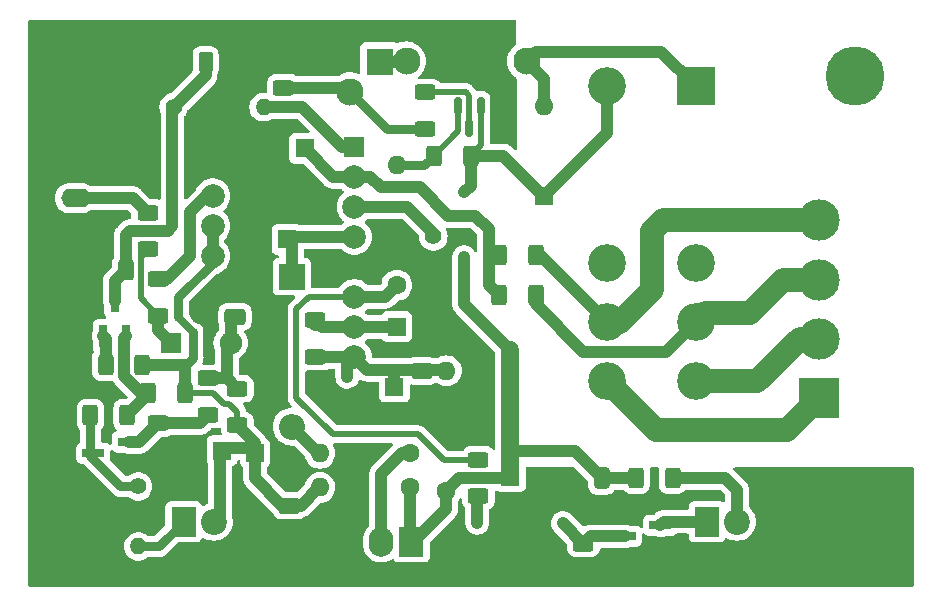
<source format=gbr>
%TF.GenerationSoftware,KiCad,Pcbnew,7.0.9*%
%TF.CreationDate,2023-11-29T12:49:05+01:00*%
%TF.ProjectId,Zabezpieczenie_UPC1237_2,5a616265-7a70-4696-9563-7a656e69655f,rev?*%
%TF.SameCoordinates,Original*%
%TF.FileFunction,Copper,L2,Bot*%
%TF.FilePolarity,Positive*%
%FSLAX46Y46*%
G04 Gerber Fmt 4.6, Leading zero omitted, Abs format (unit mm)*
G04 Created by KiCad (PCBNEW 7.0.9) date 2023-11-29 12:49:05*
%MOMM*%
%LPD*%
G01*
G04 APERTURE LIST*
G04 Aperture macros list*
%AMRoundRect*
0 Rectangle with rounded corners*
0 $1 Rounding radius*
0 $2 $3 $4 $5 $6 $7 $8 $9 X,Y pos of 4 corners*
0 Add a 4 corners polygon primitive as box body*
4,1,4,$2,$3,$4,$5,$6,$7,$8,$9,$2,$3,0*
0 Add four circle primitives for the rounded corners*
1,1,$1+$1,$2,$3*
1,1,$1+$1,$4,$5*
1,1,$1+$1,$6,$7*
1,1,$1+$1,$8,$9*
0 Add four rect primitives between the rounded corners*
20,1,$1+$1,$2,$3,$4,$5,0*
20,1,$1+$1,$4,$5,$6,$7,0*
20,1,$1+$1,$6,$7,$8,$9,0*
20,1,$1+$1,$8,$9,$2,$3,0*%
G04 Aperture macros list end*
%TA.AperFunction,ComponentPad*%
%ADD10C,1.400000*%
%TD*%
%TA.AperFunction,ComponentPad*%
%ADD11O,1.400000X1.400000*%
%TD*%
%TA.AperFunction,ComponentPad*%
%ADD12R,2.300000X2.300000*%
%TD*%
%TA.AperFunction,ComponentPad*%
%ADD13C,2.300000*%
%TD*%
%TA.AperFunction,ComponentPad*%
%ADD14RoundRect,0.312500X0.937500X-0.437500X0.937500X0.437500X-0.937500X0.437500X-0.937500X-0.437500X0*%
%TD*%
%TA.AperFunction,ComponentPad*%
%ADD15O,2.500000X1.600000*%
%TD*%
%TA.AperFunction,ComponentPad*%
%ADD16R,1.600000X1.600000*%
%TD*%
%TA.AperFunction,ComponentPad*%
%ADD17C,1.600000*%
%TD*%
%TA.AperFunction,ComponentPad*%
%ADD18C,3.200000*%
%TD*%
%TA.AperFunction,ComponentPad*%
%ADD19R,3.200000X3.200000*%
%TD*%
%TA.AperFunction,ComponentPad*%
%ADD20R,1.800000X1.800000*%
%TD*%
%TA.AperFunction,ComponentPad*%
%ADD21C,2.000000*%
%TD*%
%TA.AperFunction,ComponentPad*%
%ADD22O,1.600000X1.600000*%
%TD*%
%TA.AperFunction,ComponentPad*%
%ADD23C,1.900000*%
%TD*%
%TA.AperFunction,ComponentPad*%
%ADD24R,2.200000X2.200000*%
%TD*%
%TA.AperFunction,ComponentPad*%
%ADD25O,2.200000X2.200000*%
%TD*%
%TA.AperFunction,ComponentPad*%
%ADD26RoundRect,0.250000X-0.350000X-0.625000X0.350000X-0.625000X0.350000X0.625000X-0.350000X0.625000X0*%
%TD*%
%TA.AperFunction,ComponentPad*%
%ADD27O,1.200000X1.750000*%
%TD*%
%TA.AperFunction,ComponentPad*%
%ADD28C,1.700000*%
%TD*%
%TA.AperFunction,ComponentPad*%
%ADD29R,3.500000X3.500000*%
%TD*%
%TA.AperFunction,ComponentPad*%
%ADD30C,3.500000*%
%TD*%
%TA.AperFunction,ComponentPad*%
%ADD31R,2.100000X2.500000*%
%TD*%
%TA.AperFunction,ComponentPad*%
%ADD32C,2.200000*%
%TD*%
%TA.AperFunction,ComponentPad*%
%ADD33R,1.500000X1.500000*%
%TD*%
%TA.AperFunction,ComponentPad*%
%ADD34O,1.500000X1.500000*%
%TD*%
%TA.AperFunction,ComponentPad*%
%ADD35O,2.100000X2.500000*%
%TD*%
%TA.AperFunction,SMDPad,CuDef*%
%ADD36R,1.900000X0.800000*%
%TD*%
%TA.AperFunction,SMDPad,CuDef*%
%ADD37RoundRect,0.250000X-0.400000X-0.625000X0.400000X-0.625000X0.400000X0.625000X-0.400000X0.625000X0*%
%TD*%
%TA.AperFunction,SMDPad,CuDef*%
%ADD38RoundRect,0.250000X0.400000X0.625000X-0.400000X0.625000X-0.400000X-0.625000X0.400000X-0.625000X0*%
%TD*%
%TA.AperFunction,SMDPad,CuDef*%
%ADD39RoundRect,0.250000X-0.625000X0.400000X-0.625000X-0.400000X0.625000X-0.400000X0.625000X0.400000X0*%
%TD*%
%TA.AperFunction,SMDPad,CuDef*%
%ADD40RoundRect,0.250000X0.625000X-0.400000X0.625000X0.400000X-0.625000X0.400000X-0.625000X-0.400000X0*%
%TD*%
%TA.AperFunction,ComponentPad*%
%ADD41C,5.000000*%
%TD*%
%TA.AperFunction,SMDPad,CuDef*%
%ADD42RoundRect,0.250000X0.650000X-0.412500X0.650000X0.412500X-0.650000X0.412500X-0.650000X-0.412500X0*%
%TD*%
%TA.AperFunction,SMDPad,CuDef*%
%ADD43R,0.800000X1.900000*%
%TD*%
%TA.AperFunction,SMDPad,CuDef*%
%ADD44RoundRect,0.250000X-0.412500X-0.650000X0.412500X-0.650000X0.412500X0.650000X-0.412500X0.650000X0*%
%TD*%
%TA.AperFunction,SMDPad,CuDef*%
%ADD45RoundRect,0.250000X-0.650000X0.412500X-0.650000X-0.412500X0.650000X-0.412500X0.650000X0.412500X0*%
%TD*%
%TA.AperFunction,SMDPad,CuDef*%
%ADD46RoundRect,0.150000X-0.150000X0.587500X-0.150000X-0.587500X0.150000X-0.587500X0.150000X0.587500X0*%
%TD*%
%TA.AperFunction,ViaPad*%
%ADD47C,1.500000*%
%TD*%
%TA.AperFunction,ViaPad*%
%ADD48C,1.000000*%
%TD*%
%TA.AperFunction,Conductor*%
%ADD49C,0.500000*%
%TD*%
%TA.AperFunction,Conductor*%
%ADD50C,1.000000*%
%TD*%
%TA.AperFunction,Conductor*%
%ADD51C,0.800000*%
%TD*%
%TA.AperFunction,Conductor*%
%ADD52C,0.700000*%
%TD*%
%TA.AperFunction,Conductor*%
%ADD53C,2.000000*%
%TD*%
%TA.AperFunction,Conductor*%
%ADD54C,1.500000*%
%TD*%
G04 APERTURE END LIST*
D10*
%TO.P,R17,1*%
%TO.N,Net-(J3-Pin_1)*%
X124090000Y-82400000D03*
D11*
%TO.P,R17,2*%
%TO.N,/OVERLOAD_DET*%
X131710000Y-82400000D03*
%TD*%
D12*
%TO.P,Q5,1,C*%
%TO.N,Net-(Q5-C)*%
X141550000Y-78550000D03*
D13*
%TO.P,Q5,2,B*%
%TO.N,Net-(Q5-B)*%
X139010000Y-81090000D03*
%TO.P,Q5,3,E*%
%TO.N,GND*%
X136470000Y-78550000D03*
%TD*%
D14*
%TO.P,J1,1,Pin_1*%
%TO.N,GND*%
X115800000Y-92100000D03*
D15*
%TO.P,J1,2,Pin_2*%
%TO.N,Net-(J1-Pin_2)*%
X115800000Y-90100000D03*
%TD*%
D16*
%TO.P,C9,1*%
%TO.N,/VCC*%
X152600000Y-113700000D03*
D17*
%TO.P,C9,2*%
%TO.N,GND*%
X155100000Y-113700000D03*
%TD*%
D16*
%TO.P,C5,1*%
%TO.N,Net-(D3-K)*%
X128205113Y-111500000D03*
D17*
%TO.P,C5,2*%
%TO.N,GND*%
X125705113Y-111500000D03*
%TD*%
D18*
%TO.P,K1,11*%
%TO.N,/INPUT_R*%
X168300000Y-100600000D03*
%TO.P,K1,12*%
%TO.N,unconnected-(K1-Pad12)*%
X168300000Y-95600000D03*
%TO.P,K1,14*%
%TO.N,/OUPUT_R*%
X168300000Y-105600000D03*
%TO.P,K1,21*%
%TO.N,/INPUT_L*%
X160800000Y-100600000D03*
%TO.P,K1,22*%
%TO.N,unconnected-(K1-Pad22)*%
X160800000Y-95600000D03*
%TO.P,K1,24*%
%TO.N,/OUPUT_L*%
X160800000Y-105600000D03*
D19*
%TO.P,K1,A1*%
%TO.N,Net-(D6-A)*%
X168300000Y-80600000D03*
D18*
%TO.P,K1,A2*%
%TO.N,/VCC*%
X160800000Y-80600000D03*
%TD*%
D13*
%TO.P,R22,1*%
%TO.N,Net-(Q5-C)*%
X143820000Y-78500000D03*
%TO.P,R22,2*%
%TO.N,Net-(D6-A)*%
X153980000Y-78500000D03*
%TD*%
D20*
%TO.P,U1,1,Overload_Detector*%
%TO.N,/OVERLOAD_DET*%
X139400000Y-85760000D03*
D21*
%TO.P,U1,2,Output_Offset_Det.*%
%TO.N,Net-(U1-Output_Offset_Det.)*%
X139400000Y-88300000D03*
%TO.P,U1,3,Latch/Automat_Reset*%
%TO.N,Net-(U1-Latch{slash}Automat_Reset)*%
X139400000Y-90840000D03*
%TO.P,U1,4,AC_OFF_Detector*%
%TO.N,Net-(D1-K)*%
X139400000Y-93380000D03*
%TO.P,U1,5,GND*%
%TO.N,GND*%
X139400000Y-95920000D03*
%TO.P,U1,6,Output_Relay_Driver*%
%TO.N,Net-(U1-Output_Relay_Driver)*%
X139400000Y-98460000D03*
%TO.P,U1,7,VCC_ON_Mute*%
%TO.N,Net-(U1-VCC_ON_Mute)*%
X139400000Y-101000000D03*
%TO.P,U1,8,+VCC*%
%TO.N,Net-(U1-+VCC)*%
X139400000Y-103540000D03*
%TD*%
D10*
%TO.P,C3,1*%
%TO.N,Net-(U1-Latch{slash}Automat_Reset)*%
X146100000Y-93350000D03*
%TO.P,C3,2*%
%TO.N,GND*%
X146100000Y-95850000D03*
%TD*%
D17*
%TO.P,R5,1*%
%TO.N,Net-(U1-Output_Relay_Driver)*%
X143000000Y-97480000D03*
D22*
%TO.P,R5,2*%
%TO.N,Net-(Q4-B)*%
X143000000Y-87320000D03*
%TD*%
D20*
%TO.P,U2,1,REF*%
%TO.N,Net-(U2-REF)*%
X123850000Y-102350000D03*
D23*
%TO.P,U2,2,A*%
%TO.N,GND*%
X126390000Y-99810000D03*
%TO.P,U2,3,K*%
%TO.N,Net-(U2-K)*%
X128930000Y-102350000D03*
%TD*%
D24*
%TO.P,D1,1,K*%
%TO.N,Net-(D1-K)*%
X134100000Y-96750000D03*
D25*
%TO.P,D1,2,A*%
%TO.N,Net-(D1-A)*%
X134100000Y-109450000D03*
%TD*%
D16*
%TO.P,D6,1,K*%
%TO.N,/VCC*%
X155500000Y-89910000D03*
D22*
%TO.P,D6,2,A*%
%TO.N,Net-(D6-A)*%
X155500000Y-82290000D03*
%TD*%
D17*
%TO.P,R4,1*%
%TO.N,/VCC*%
X147200000Y-114880000D03*
D22*
%TO.P,R4,2*%
%TO.N,Net-(U1-+VCC)*%
X147200000Y-104720000D03*
%TD*%
D26*
%TO.P,J3,1,Pin_1*%
%TO.N,Net-(J3-Pin_1)*%
X126800000Y-78600000D03*
D27*
%TO.P,J3,2,Pin_2*%
%TO.N,GND*%
X128800000Y-78600000D03*
%TD*%
D16*
%TO.P,C1,1*%
%TO.N,Net-(U1-Output_Offset_Det.)*%
X135182380Y-85900000D03*
D17*
%TO.P,C1,2*%
%TO.N,GND*%
X132682380Y-85900000D03*
%TD*%
D21*
%TO.P,RV1,1,1*%
%TO.N,Net-(R12-Pad2)*%
X127400000Y-89920000D03*
%TO.P,RV1,2,2*%
%TO.N,Net-(D3-K)*%
X127400000Y-92460000D03*
%TO.P,RV1,3,3*%
X127400000Y-95000000D03*
%TD*%
D28*
%TO.P,REF\u002A\u002A,1*%
%TO.N,GND*%
X146100000Y-98200000D03*
%TD*%
D16*
%TO.P,C4,1*%
%TO.N,Net-(U1-VCC_ON_Mute)*%
X142994888Y-101000000D03*
D17*
%TO.P,C4,2*%
%TO.N,GND*%
X145494888Y-101000000D03*
%TD*%
D29*
%TO.P,J4,1,Pin_1*%
%TO.N,/OUPUT_L*%
X178700000Y-107000000D03*
D30*
%TO.P,J4,2,Pin_2*%
%TO.N,/OUPUT_R*%
X178700000Y-102000000D03*
%TO.P,J4,3,Pin_3*%
%TO.N,/INPUT_R*%
X178700000Y-97000000D03*
%TO.P,J4,4,Pin_4*%
%TO.N,/INPUT_L*%
X178700000Y-92000000D03*
%TD*%
D10*
%TO.P,R11,1*%
%TO.N,Net-(Q2-C)*%
X121100000Y-114510000D03*
D11*
%TO.P,R11,2*%
%TO.N,Net-(D4-K)*%
X121100000Y-119590000D03*
%TD*%
D31*
%TO.P,D5,1,K*%
%TO.N,Net-(D5-K)*%
X169260000Y-117500000D03*
D32*
%TO.P,D5,2,A*%
%TO.N,Net-(D5-A)*%
X171800000Y-117500000D03*
%TD*%
D17*
%TO.P,R6,1*%
%TO.N,/INPUT_AC*%
X144110000Y-111700000D03*
D22*
%TO.P,R6,2*%
%TO.N,Net-(D1-A)*%
X136490000Y-111700000D03*
%TD*%
D31*
%TO.P,D4,1,K*%
%TO.N,Net-(D4-K)*%
X124960000Y-117500000D03*
D32*
%TO.P,D4,2,A*%
%TO.N,Net-(D3-K)*%
X127500000Y-117500000D03*
%TD*%
D16*
%TO.P,C2,1*%
%TO.N,Net-(D1-K)*%
X133700000Y-93605113D03*
D17*
%TO.P,C2,2*%
%TO.N,GND*%
X133700000Y-91105113D03*
%TD*%
D33*
%TO.P,D3,1,K*%
%TO.N,Net-(D3-K)*%
X131000000Y-111685000D03*
D34*
%TO.P,D3,2,A*%
%TO.N,GND*%
X131000000Y-119305000D03*
%TD*%
D31*
%TO.P,J2,1,Pin_1*%
%TO.N,/VCC*%
X144240000Y-119200000D03*
D35*
%TO.P,J2,2,Pin_2*%
%TO.N,/INPUT_AC*%
X141700000Y-119200000D03*
%TO.P,J2,3,Pin_3*%
%TO.N,GND*%
X139160000Y-119200000D03*
%TD*%
D17*
%TO.P,R16,1*%
%TO.N,/VCC*%
X144110000Y-114600000D03*
D22*
%TO.P,R16,2*%
%TO.N,Net-(D3-K)*%
X136490000Y-114600000D03*
%TD*%
D16*
%TO.P,C7,1*%
%TO.N,Net-(U1-+VCC)*%
X142800000Y-106094888D03*
D17*
%TO.P,C7,2*%
%TO.N,GND*%
X142800000Y-108594888D03*
%TD*%
D36*
%TO.P,Q2,1,B*%
%TO.N,Net-(Q2-B)*%
X120300000Y-110750000D03*
%TO.P,Q2,2,E*%
%TO.N,GND*%
X120300000Y-112650000D03*
%TO.P,Q2,3,C*%
%TO.N,Net-(Q2-C)*%
X117300000Y-111700000D03*
%TD*%
D37*
%TO.P,R24,1*%
%TO.N,Net-(Q4-B)*%
X146150000Y-86500000D03*
%TO.P,R24,2*%
%TO.N,/VCC*%
X149250000Y-86500000D03*
%TD*%
D38*
%TO.P,R20,1*%
%TO.N,Net-(D5-A)*%
X166350000Y-113800000D03*
%TO.P,R20,2*%
%TO.N,/VCC*%
X163250000Y-113800000D03*
%TD*%
D39*
%TO.P,R13,1*%
%TO.N,Net-(J1-Pin_2)*%
X121900000Y-91350000D03*
%TO.P,R13,2*%
%TO.N,Net-(U2-REF)*%
X121900000Y-94450000D03*
%TD*%
D37*
%TO.P,R1,1*%
%TO.N,Net-(U1-Output_Offset_Det.)*%
X151650000Y-98300000D03*
%TO.P,R1,2*%
%TO.N,/INPUT_R*%
X154750000Y-98300000D03*
%TD*%
D40*
%TO.P,R23,1*%
%TO.N,Net-(Q5-B)*%
X145400000Y-84250000D03*
%TO.P,R23,2*%
%TO.N,Net-(Q4-C)*%
X145400000Y-81150000D03*
%TD*%
D41*
%TO.P,REF\u002A\u002A,1*%
%TO.N,GND*%
X116800000Y-118800000D03*
%TD*%
D40*
%TO.P,R25,1*%
%TO.N,Net-(Q5-B)*%
X133400000Y-80750000D03*
%TO.P,R25,2*%
%TO.N,GND*%
X133400000Y-77650000D03*
%TD*%
D37*
%TO.P,R10,1*%
%TO.N,Net-(Q2-C)*%
X117050000Y-108500000D03*
%TO.P,R10,2*%
%TO.N,Net-(Q1-B)*%
X120150000Y-108500000D03*
%TD*%
D42*
%TO.P,C8,1*%
%TO.N,GND*%
X145100000Y-107862500D03*
%TO.P,C8,2*%
%TO.N,Net-(U1-+VCC)*%
X145100000Y-104737500D03*
%TD*%
D39*
%TO.P,R7,1*%
%TO.N,Net-(U2-K)*%
X127000000Y-105350000D03*
%TO.P,R7,2*%
%TO.N,Net-(Q2-B)*%
X127000000Y-108450000D03*
%TD*%
%TO.P,R19,1*%
%TO.N,Net-(U1-Output_Relay_Driver)*%
X149900000Y-112250000D03*
%TO.P,R19,2*%
%TO.N,Net-(Q3-B)*%
X149900000Y-115350000D03*
%TD*%
D43*
%TO.P,Q1,1,B*%
%TO.N,Net-(Q1-B)*%
X120050000Y-101800000D03*
%TO.P,Q1,2,E*%
%TO.N,Net-(Q1-E)*%
X118150000Y-101800000D03*
%TO.P,Q1,3,C*%
%TO.N,Net-(J3-Pin_1)*%
X119100000Y-98800000D03*
%TD*%
D41*
%TO.P,REF\u002A\u002A,1*%
%TO.N,GND*%
X116800000Y-79800000D03*
%TD*%
D40*
%TO.P,R12,1*%
%TO.N,Net-(U2-REF)*%
X122800000Y-100050000D03*
%TO.P,R12,2*%
%TO.N,Net-(R12-Pad2)*%
X122800000Y-96950000D03*
%TD*%
D44*
%TO.P,C10,1*%
%TO.N,GND*%
X157237500Y-113800000D03*
%TO.P,C10,2*%
%TO.N,/VCC*%
X160362500Y-113800000D03*
%TD*%
D37*
%TO.P,R2,1*%
%TO.N,Net-(U1-Output_Offset_Det.)*%
X151650000Y-94900000D03*
%TO.P,R2,2*%
%TO.N,/INPUT_L*%
X154750000Y-94900000D03*
%TD*%
D40*
%TO.P,R14,1*%
%TO.N,GND*%
X122800000Y-112250000D03*
%TO.P,R14,2*%
%TO.N,Net-(Q2-B)*%
X122800000Y-109150000D03*
%TD*%
D37*
%TO.P,R8,1*%
%TO.N,GND*%
X116950000Y-96200000D03*
%TO.P,R8,2*%
%TO.N,Net-(J3-Pin_1)*%
X120050000Y-96200000D03*
%TD*%
D45*
%TO.P,C6,1*%
%TO.N,Net-(D3-K)*%
X133900000Y-116137500D03*
%TO.P,C6,2*%
%TO.N,GND*%
X133900000Y-119262500D03*
%TD*%
D40*
%TO.P,R18,1*%
%TO.N,Net-(D3-K)*%
X129500000Y-109350000D03*
%TO.P,R18,2*%
%TO.N,Net-(U2-K)*%
X129500000Y-106250000D03*
%TD*%
D41*
%TO.P,REF\u002A\u002A,1*%
%TO.N,GND*%
X181800000Y-118800000D03*
%TD*%
D42*
%TO.P,C11,1*%
%TO.N,Net-(U2-K)*%
X129300000Y-100162500D03*
%TO.P,C11,2*%
%TO.N,GND*%
X129300000Y-97037500D03*
%TD*%
D39*
%TO.P,R21,1*%
%TO.N,GND*%
X158800000Y-116250000D03*
%TO.P,R21,2*%
%TO.N,Net-(Q3-B)*%
X158800000Y-119350000D03*
%TD*%
%TO.P,R3,1*%
%TO.N,Net-(U1-VCC_ON_Mute)*%
X136100000Y-100450000D03*
%TO.P,R3,2*%
%TO.N,Net-(U1-+VCC)*%
X136100000Y-103550000D03*
%TD*%
D37*
%TO.P,R9,1*%
%TO.N,Net-(Q1-E)*%
X118350000Y-104200000D03*
%TO.P,R9,2*%
%TO.N,Net-(D3-K)*%
X121450000Y-104200000D03*
%TD*%
D36*
%TO.P,Q3,1,B*%
%TO.N,Net-(Q3-B)*%
X162300000Y-118750000D03*
%TO.P,Q3,2,E*%
%TO.N,GND*%
X162300000Y-116850000D03*
%TO.P,Q3,3,C*%
%TO.N,Net-(D5-K)*%
X165300000Y-117800000D03*
%TD*%
D37*
%TO.P,R15,1*%
%TO.N,Net-(Q1-B)*%
X121950000Y-106600000D03*
%TO.P,R15,2*%
%TO.N,Net-(D3-K)*%
X125050000Y-106600000D03*
%TD*%
D41*
%TO.P,REF\u002A\u002A,1*%
%TO.N,N/C*%
X181800000Y-79800000D03*
%TD*%
D46*
%TO.P,Q4,1,B*%
%TO.N,Net-(Q4-B)*%
X148200000Y-82300000D03*
%TO.P,Q4,2,E*%
%TO.N,/VCC*%
X150100000Y-82300000D03*
%TO.P,Q4,3,C*%
%TO.N,Net-(Q4-C)*%
X149150000Y-84175000D03*
%TD*%
D47*
%TO.N,GND*%
X139200000Y-112600000D03*
X136300000Y-106000000D03*
X132400000Y-106000000D03*
X139200000Y-108200000D03*
D48*
%TO.N,Net-(Q3-B)*%
X149800000Y-117600000D03*
X157050000Y-117600000D03*
%TO.N,/VCC*%
X148700000Y-89600000D03*
X148700000Y-95100000D03*
%TD*%
D49*
%TO.N,Net-(U1-Output_Relay_Driver)*%
X146950000Y-112250000D02*
X149900000Y-112250000D01*
X137600000Y-110100000D02*
X144800000Y-110100000D01*
X134500000Y-99500000D02*
X134500000Y-107000000D01*
X135540000Y-98460000D02*
X134500000Y-99500000D01*
X144800000Y-110100000D02*
X146950000Y-112250000D01*
X139400000Y-98460000D02*
X135540000Y-98460000D01*
X134500000Y-107000000D02*
X137600000Y-110100000D01*
D50*
%TO.N,Net-(D3-K)*%
X134862500Y-116137500D02*
X136400000Y-114600000D01*
X136400000Y-114600000D02*
X136490000Y-114600000D01*
X133900000Y-116137500D02*
X134862500Y-116137500D01*
%TO.N,Net-(D1-A)*%
X136350000Y-111700000D02*
X134100000Y-109450000D01*
X136490000Y-111700000D02*
X136350000Y-111700000D01*
%TO.N,Net-(D1-K)*%
X134100000Y-94005113D02*
X133700000Y-93605113D01*
X134100000Y-96750000D02*
X134100000Y-94005113D01*
%TO.N,/OVERLOAD_DET*%
X135000000Y-82400000D02*
X131710000Y-82400000D01*
X138360000Y-85760000D02*
X135000000Y-82400000D01*
X139400000Y-85760000D02*
X138360000Y-85760000D01*
%TO.N,Net-(J3-Pin_1)*%
X126800000Y-79690000D02*
X126800000Y-78600000D01*
X124090000Y-82400000D02*
X126800000Y-79690000D01*
X124000000Y-82490000D02*
X124090000Y-82400000D01*
X123600000Y-92900000D02*
X124000000Y-92500000D01*
X124000000Y-92500000D02*
X124000000Y-82490000D01*
X120050000Y-93250000D02*
X120400000Y-92900000D01*
X120400000Y-92900000D02*
X123600000Y-92900000D01*
X120050000Y-96200000D02*
X120050000Y-93250000D01*
%TO.N,Net-(U1-Output_Offset_Det.)*%
X140750000Y-88300000D02*
X141650000Y-89200000D01*
X144950000Y-89200000D02*
X147350000Y-91600000D01*
X137582380Y-88300000D02*
X139400000Y-88300000D01*
X149650000Y-91600000D02*
X150800000Y-92750000D01*
X141650000Y-89200000D02*
X144950000Y-89200000D01*
X135182380Y-85900000D02*
X137582380Y-88300000D01*
X139400000Y-88300000D02*
X140750000Y-88300000D01*
X150800000Y-92750000D02*
X150800000Y-97450000D01*
X147350000Y-91600000D02*
X149650000Y-91600000D01*
X150800000Y-97450000D02*
X151650000Y-98300000D01*
%TO.N,Net-(D1-K)*%
X133820000Y-93380000D02*
X139400000Y-93380000D01*
%TO.N,Net-(U1-Latch{slash}Automat_Reset)*%
X139400000Y-90840000D02*
X143890000Y-90840000D01*
X146100000Y-93050000D02*
X146100000Y-93350000D01*
X143890000Y-90840000D02*
X146100000Y-93050000D01*
%TO.N,Net-(U1-VCC_ON_Mute)*%
X136100000Y-100450000D02*
X136100000Y-100850000D01*
X139400000Y-101000000D02*
X143200000Y-101000000D01*
X136650000Y-101000000D02*
X136100000Y-100450000D01*
X139400000Y-101000000D02*
X136650000Y-101000000D01*
D51*
%TO.N,Net-(D3-K)*%
X124500000Y-98500000D02*
X124500000Y-100182742D01*
D50*
X127400000Y-95600000D02*
X127400000Y-92460000D01*
X124940050Y-104200000D02*
X121450000Y-104200000D01*
D51*
X125727258Y-101410000D02*
X125727258Y-103632692D01*
D49*
X129500000Y-109350000D02*
X129500000Y-108200000D01*
D50*
X128000000Y-111300000D02*
X130615000Y-111300000D01*
X131000000Y-113837500D02*
X131000000Y-111685000D01*
X133300000Y-116137500D02*
X131000000Y-113837500D01*
D49*
X127425000Y-106600000D02*
X125050000Y-106600000D01*
D50*
X125050000Y-106600000D02*
X125050000Y-104309950D01*
X133900000Y-116137500D02*
X133300000Y-116137500D01*
X131000000Y-110850000D02*
X129500000Y-109350000D01*
D52*
X124500000Y-100182742D02*
X125727258Y-101410000D01*
D51*
X125727258Y-103632692D02*
X125050000Y-104309950D01*
D49*
X129500000Y-108200000D02*
X128800000Y-107500000D01*
D51*
X127400000Y-95600000D02*
X124500000Y-98500000D01*
D49*
X128325000Y-107500000D02*
X127425000Y-106600000D01*
D50*
X125050000Y-104309950D02*
X124940050Y-104200000D01*
X127500000Y-117500000D02*
X128000000Y-117000000D01*
D49*
X128800000Y-107500000D02*
X128325000Y-107500000D01*
D50*
X131000000Y-111685000D02*
X131000000Y-110850000D01*
D49*
X133900000Y-116137500D02*
X133100000Y-116137500D01*
D50*
X130615000Y-111300000D02*
X131000000Y-111685000D01*
X128000000Y-117000000D02*
X128000000Y-111300000D01*
%TO.N,Net-(U1-+VCC)*%
X147117500Y-104637500D02*
X142800000Y-104637500D01*
X138800000Y-104140000D02*
X139400000Y-103540000D01*
X139400000Y-103540000D02*
X136510000Y-103540000D01*
X138800000Y-105237500D02*
X138800000Y-104140000D01*
X142800000Y-104637500D02*
X140497500Y-104637500D01*
X140497500Y-104637500D02*
X139400000Y-103540000D01*
X142800000Y-104637500D02*
X142800000Y-105800000D01*
%TO.N,Net-(D6-A)*%
X154780000Y-77700000D02*
X165400000Y-77700000D01*
X155500000Y-82290000D02*
X155500000Y-80020000D01*
X165400000Y-77700000D02*
X168300000Y-80600000D01*
X153980000Y-78500000D02*
X154780000Y-77700000D01*
X155500000Y-80020000D02*
X153980000Y-78500000D01*
D51*
%TO.N,Net-(D4-K)*%
X122870000Y-119590000D02*
X124960000Y-117500000D01*
X121100000Y-119590000D02*
X122870000Y-119590000D01*
D50*
%TO.N,Net-(D5-K)*%
X165600000Y-117500000D02*
X165300000Y-117800000D01*
X169260000Y-117500000D02*
X165600000Y-117500000D01*
%TO.N,Net-(D5-A)*%
X170800000Y-113800000D02*
X166350000Y-113800000D01*
X171800000Y-114800000D02*
X170800000Y-113800000D01*
X171800000Y-117500000D02*
X171800000Y-114800000D01*
%TO.N,/INPUT_AC*%
X143400000Y-111700000D02*
X144110000Y-111700000D01*
X141660000Y-113440000D02*
X143400000Y-111700000D01*
X141660000Y-118660000D02*
X141660000Y-113440000D01*
D53*
%TO.N,/OUPUT_R*%
X177100000Y-102000000D02*
X178700000Y-102000000D01*
X168300000Y-105600000D02*
X173500000Y-105600000D01*
X173500000Y-105600000D02*
X177100000Y-102000000D01*
%TO.N,/INPUT_R*%
X169100000Y-99800000D02*
X172900000Y-99800000D01*
D50*
X165800000Y-103100000D02*
X168300000Y-100600000D01*
D53*
X172900000Y-99800000D02*
X175700000Y-97000000D01*
D50*
X154750000Y-98300000D02*
X154750000Y-99100000D01*
X154750000Y-99100000D02*
X158750000Y-103100000D01*
D53*
X175700000Y-97000000D02*
X178700000Y-97000000D01*
X168300000Y-100600000D02*
X169100000Y-99800000D01*
D50*
X158750000Y-103100000D02*
X165800000Y-103100000D01*
%TO.N,Net-(Q1-B)*%
X121300000Y-106600000D02*
X121950000Y-106600000D01*
X120050000Y-101800000D02*
X119900000Y-101950000D01*
X119900000Y-101950000D02*
X119900000Y-105200000D01*
X121950000Y-106700000D02*
X120150000Y-108500000D01*
X119900000Y-105200000D02*
X121300000Y-106600000D01*
%TO.N,Net-(Q1-E)*%
X118350000Y-102000000D02*
X118150000Y-101800000D01*
X118350000Y-104200000D02*
X118350000Y-102000000D01*
%TO.N,Net-(Q2-B)*%
X126300000Y-109150000D02*
X127000000Y-108450000D01*
X120300000Y-110750000D02*
X121200000Y-110750000D01*
X121200000Y-110750000D02*
X122800000Y-109150000D01*
X122800000Y-109150000D02*
X126300000Y-109150000D01*
%TO.N,Net-(Q3-B)*%
X149800000Y-117600000D02*
X149800000Y-115650000D01*
X159400000Y-118750000D02*
X158800000Y-119350000D01*
X162300000Y-118750000D02*
X159400000Y-118750000D01*
X157050000Y-117600000D02*
X158800000Y-119350000D01*
%TO.N,Net-(U1-Output_Relay_Driver)*%
X142020000Y-98460000D02*
X143100000Y-97380000D01*
X139400000Y-98460000D02*
X142020000Y-98460000D01*
%TO.N,Net-(U2-K)*%
X128930000Y-100432500D02*
X129300000Y-100062500D01*
X128930000Y-102350000D02*
X128930000Y-100432500D01*
X129500000Y-106250000D02*
X128600000Y-105350000D01*
X128600000Y-105350000D02*
X128600000Y-102680000D01*
X128600000Y-102680000D02*
X128930000Y-102350000D01*
X128600000Y-105350000D02*
X127000000Y-105350000D01*
%TO.N,Net-(U2-REF)*%
X123850000Y-102350000D02*
X122800000Y-101300000D01*
D49*
X121300000Y-98550000D02*
X122800000Y-100050000D01*
X121900000Y-94450000D02*
X121300000Y-95050000D01*
X121300000Y-95050000D02*
X121300000Y-98550000D01*
D50*
X122800000Y-101300000D02*
X122800000Y-100050000D01*
%TO.N,Net-(R12-Pad2)*%
X123550000Y-96950000D02*
X122800000Y-96950000D01*
X126880000Y-89920000D02*
X125500000Y-91300000D01*
X127400000Y-89920000D02*
X126880000Y-89920000D01*
X125500000Y-95000000D02*
X123550000Y-96950000D01*
X125500000Y-91300000D02*
X125500000Y-95000000D01*
%TO.N,/INPUT_L*%
X155100000Y-94900000D02*
X160800000Y-100600000D01*
D53*
X164600000Y-97900000D02*
X164600000Y-92900000D01*
X161900000Y-100600000D02*
X164600000Y-97900000D01*
X160800000Y-100600000D02*
X161900000Y-100600000D01*
D50*
X154750000Y-94900000D02*
X155100000Y-94900000D01*
D53*
X164600000Y-92900000D02*
X165500000Y-92000000D01*
X165500000Y-92000000D02*
X178700000Y-92000000D01*
D49*
%TO.N,Net-(Q4-B)*%
X148200000Y-84450000D02*
X146150000Y-86500000D01*
D51*
X143000000Y-87320000D02*
X145330000Y-87320000D01*
X145330000Y-87320000D02*
X146150000Y-86500000D01*
D49*
X148200000Y-82300000D02*
X148200000Y-84450000D01*
%TO.N,Net-(Q4-C)*%
X149150000Y-84175000D02*
X149150000Y-81450000D01*
X148812500Y-81112500D02*
X145437500Y-81112500D01*
X149150000Y-81450000D02*
X148812500Y-81112500D01*
D50*
%TO.N,/VCC*%
X148700000Y-99100000D02*
X148900000Y-99300000D01*
X144400000Y-119200000D02*
X147200000Y-116400000D01*
X152400000Y-113800000D02*
X148280000Y-113800000D01*
X147200000Y-116400000D02*
X147200000Y-114880000D01*
X148700000Y-95100000D02*
X148700000Y-99100000D01*
X155500000Y-89900000D02*
X160800000Y-84600000D01*
X160362500Y-113800000D02*
X158062500Y-111500000D01*
X148280000Y-113800000D02*
X147200000Y-114880000D01*
X149250000Y-89050000D02*
X148700000Y-89600000D01*
D54*
X152600000Y-113700000D02*
X152600000Y-103000000D01*
D50*
X149250000Y-86500000D02*
X149250000Y-89050000D01*
X152600000Y-103000000D02*
X148900000Y-99300000D01*
D49*
X150100000Y-82300000D02*
X150100000Y-85650000D01*
D50*
X149250000Y-86500000D02*
X152000000Y-86500000D01*
X158062500Y-111500000D02*
X152600000Y-111500000D01*
D49*
X150100000Y-85650000D02*
X149250000Y-86500000D01*
D50*
X144100000Y-114610000D02*
X144100000Y-119060000D01*
X152000000Y-86500000D02*
X155400000Y-89900000D01*
X160800000Y-84600000D02*
X160800000Y-80600000D01*
X160362500Y-113800000D02*
X163250000Y-113800000D01*
D53*
%TO.N,/OUPUT_L*%
X176000000Y-109700000D02*
X178700000Y-107000000D01*
X160800000Y-105600000D02*
X164900000Y-109700000D01*
X164900000Y-109700000D02*
X176000000Y-109700000D01*
D51*
%TO.N,Net-(Q2-C)*%
X117050000Y-111950000D02*
X119600000Y-114500000D01*
X117050000Y-108500000D02*
X117050000Y-111450000D01*
X119600000Y-114500000D02*
X121090000Y-114500000D01*
D49*
X117050000Y-111450000D02*
X117300000Y-111700000D01*
D51*
X117050000Y-111450000D02*
X117050000Y-111950000D01*
D50*
%TO.N,Net-(J1-Pin_2)*%
X115800000Y-90100000D02*
X120650000Y-90100000D01*
X120650000Y-90100000D02*
X121900000Y-91350000D01*
%TO.N,Net-(Q5-C)*%
X141550000Y-78550000D02*
X143870000Y-78550000D01*
X141550000Y-78550000D02*
X143770000Y-78550000D01*
%TO.N,Net-(Q5-B)*%
X133400000Y-80750000D02*
X138670000Y-80750000D01*
D51*
X145400000Y-84250000D02*
X142170000Y-84250000D01*
X142170000Y-84250000D02*
X139010000Y-81090000D01*
D50*
%TO.N,Net-(J3-Pin_1)*%
X119100000Y-97150000D02*
X120050000Y-96200000D01*
X119100000Y-98800000D02*
X119100000Y-97150000D01*
%TD*%
%TA.AperFunction,Conductor*%
%TO.N,GND*%
G36*
X153048819Y-75020185D02*
G01*
X153094574Y-75072989D01*
X153105778Y-75123863D01*
X153115546Y-77023902D01*
X153096207Y-77091041D01*
X153056340Y-77130265D01*
X153006863Y-77160585D01*
X153006862Y-77160585D01*
X152809311Y-77329311D01*
X152640588Y-77526859D01*
X152504843Y-77748376D01*
X152405427Y-77988389D01*
X152344778Y-78241009D01*
X152324396Y-78500000D01*
X152344778Y-78758990D01*
X152405427Y-79011610D01*
X152504843Y-79251623D01*
X152504845Y-79251627D01*
X152504846Y-79251628D01*
X152640588Y-79473140D01*
X152809311Y-79670689D01*
X152938713Y-79781209D01*
X153006862Y-79839414D01*
X153006865Y-79839415D01*
X153071557Y-79879059D01*
X153118432Y-79930871D01*
X153130765Y-79984148D01*
X153161420Y-85946502D01*
X153142081Y-86013642D01*
X153089513Y-86059668D01*
X153020406Y-86069967D01*
X152956702Y-86041269D01*
X152949741Y-86034821D01*
X152716452Y-85801532D01*
X152655061Y-85736949D01*
X152655060Y-85736948D01*
X152655059Y-85736947D01*
X152627204Y-85717559D01*
X152604709Y-85701902D01*
X152600946Y-85699064D01*
X152553413Y-85660305D01*
X152553406Y-85660300D01*
X152522959Y-85644397D01*
X152516251Y-85640334D01*
X152488049Y-85620705D01*
X152488046Y-85620703D01*
X152488045Y-85620703D01*
X152488041Y-85620701D01*
X152431680Y-85596514D01*
X152427424Y-85594493D01*
X152373057Y-85566094D01*
X152373050Y-85566091D01*
X152373049Y-85566091D01*
X152364005Y-85563503D01*
X152340030Y-85556642D01*
X152332630Y-85554008D01*
X152301057Y-85540459D01*
X152301058Y-85540459D01*
X152240966Y-85528109D01*
X152236391Y-85526986D01*
X152177420Y-85510113D01*
X152177425Y-85510113D01*
X152143158Y-85507503D01*
X152135380Y-85506412D01*
X152101742Y-85499500D01*
X152101741Y-85499500D01*
X152040402Y-85499500D01*
X152035695Y-85499321D01*
X152030121Y-85498896D01*
X151974524Y-85494662D01*
X151954589Y-85497201D01*
X151940440Y-85499003D01*
X151932611Y-85499500D01*
X150974500Y-85499500D01*
X150907461Y-85479815D01*
X150861706Y-85427011D01*
X150850500Y-85375500D01*
X150850500Y-83169828D01*
X150855424Y-83135233D01*
X150897597Y-82990073D01*
X150897598Y-82990067D01*
X150900500Y-82953196D01*
X150900500Y-81646804D01*
X150897598Y-81609932D01*
X150897597Y-81609926D01*
X150851745Y-81452106D01*
X150851744Y-81452103D01*
X150851744Y-81452102D01*
X150768081Y-81310635D01*
X150768079Y-81310633D01*
X150768076Y-81310629D01*
X150651870Y-81194423D01*
X150651862Y-81194417D01*
X150510396Y-81110755D01*
X150510393Y-81110754D01*
X150352573Y-81064902D01*
X150352567Y-81064901D01*
X150315696Y-81062000D01*
X150315694Y-81062000D01*
X149884306Y-81062000D01*
X149884303Y-81062000D01*
X149872216Y-81062951D01*
X149803839Y-81048585D01*
X149756952Y-81004431D01*
X149742712Y-80981344D01*
X149742709Y-80981341D01*
X149738234Y-80975681D01*
X149738280Y-80975643D01*
X149733519Y-80969799D01*
X149733474Y-80969838D01*
X149728834Y-80964308D01*
X149672982Y-80911613D01*
X149388229Y-80626861D01*
X149376449Y-80613230D01*
X149364517Y-80597203D01*
X149362112Y-80593972D01*
X149362110Y-80593970D01*
X149322087Y-80560386D01*
X149318112Y-80556744D01*
X149315190Y-80553822D01*
X149312280Y-80550911D01*
X149286540Y-80530559D01*
X149227709Y-80481194D01*
X149221680Y-80477229D01*
X149221712Y-80477180D01*
X149215353Y-80473128D01*
X149215322Y-80473179D01*
X149209180Y-80469391D01*
X149209178Y-80469390D01*
X149209177Y-80469389D01*
X149169974Y-80451108D01*
X149139558Y-80436924D01*
X149105394Y-80419767D01*
X149070933Y-80402460D01*
X149070931Y-80402459D01*
X149070930Y-80402459D01*
X149064145Y-80399989D01*
X149064165Y-80399933D01*
X149057049Y-80397459D01*
X149057031Y-80397515D01*
X149050171Y-80395242D01*
X149022341Y-80389496D01*
X148974934Y-80379707D01*
X148925972Y-80368103D01*
X148900219Y-80361999D01*
X148893047Y-80361161D01*
X148893053Y-80361101D01*
X148885555Y-80360335D01*
X148885550Y-80360395D01*
X148878360Y-80359765D01*
X148801583Y-80362000D01*
X146736668Y-80362000D01*
X146669629Y-80342315D01*
X146631130Y-80303097D01*
X146617714Y-80281347D01*
X146617711Y-80281343D01*
X146493657Y-80157289D01*
X146493656Y-80157288D01*
X146344334Y-80065186D01*
X146177797Y-80010001D01*
X146177795Y-80010000D01*
X146075016Y-79999500D01*
X144941816Y-79999500D01*
X144874777Y-79979815D01*
X144829022Y-79927011D01*
X144819078Y-79857853D01*
X144848103Y-79794297D01*
X144861273Y-79781220D01*
X144990689Y-79670689D01*
X145159412Y-79473140D01*
X145295154Y-79251628D01*
X145394573Y-79011610D01*
X145455221Y-78758994D01*
X145475604Y-78500000D01*
X145455221Y-78241006D01*
X145394573Y-77988390D01*
X145295154Y-77748372D01*
X145159412Y-77526860D01*
X144990689Y-77329311D01*
X144793140Y-77160588D01*
X144571628Y-77024846D01*
X144571627Y-77024845D01*
X144571623Y-77024843D01*
X144405627Y-76956086D01*
X144331610Y-76925427D01*
X144331611Y-76925427D01*
X144193921Y-76892370D01*
X144078994Y-76864779D01*
X144078992Y-76864778D01*
X144078991Y-76864778D01*
X143820000Y-76844396D01*
X143561009Y-76864778D01*
X143308389Y-76925427D01*
X143111497Y-77006983D01*
X143042027Y-77014452D01*
X142989733Y-76991689D01*
X142942331Y-76956204D01*
X142942328Y-76956202D01*
X142807482Y-76905908D01*
X142807483Y-76905908D01*
X142747883Y-76899501D01*
X142747881Y-76899500D01*
X142747873Y-76899500D01*
X142747864Y-76899500D01*
X140352129Y-76899500D01*
X140352123Y-76899501D01*
X140292516Y-76905908D01*
X140157671Y-76956202D01*
X140157664Y-76956206D01*
X140042455Y-77042452D01*
X140042452Y-77042455D01*
X139956206Y-77157664D01*
X139956202Y-77157671D01*
X139905908Y-77292517D01*
X139899501Y-77352116D01*
X139899500Y-77352135D01*
X139899500Y-79486374D01*
X139879815Y-79553413D01*
X139827011Y-79599168D01*
X139757853Y-79609112D01*
X139728048Y-79600935D01*
X139521614Y-79515428D01*
X139521611Y-79515427D01*
X139383921Y-79482370D01*
X139268994Y-79454779D01*
X139268992Y-79454778D01*
X139268991Y-79454778D01*
X139010000Y-79434396D01*
X138751009Y-79454778D01*
X138498389Y-79515427D01*
X138258373Y-79614844D01*
X138068452Y-79731228D01*
X138003663Y-79749500D01*
X134516196Y-79749500D01*
X134451100Y-79731039D01*
X134344340Y-79665189D01*
X134344335Y-79665187D01*
X134344334Y-79665186D01*
X134177797Y-79610001D01*
X134177795Y-79610000D01*
X134075010Y-79599500D01*
X132724998Y-79599500D01*
X132724981Y-79599501D01*
X132622203Y-79610000D01*
X132622200Y-79610001D01*
X132455668Y-79665185D01*
X132455663Y-79665187D01*
X132306342Y-79757289D01*
X132182289Y-79881342D01*
X132090187Y-80030663D01*
X132090185Y-80030668D01*
X132062349Y-80114670D01*
X132035001Y-80197203D01*
X132035001Y-80197204D01*
X132035000Y-80197204D01*
X132024500Y-80299983D01*
X132024500Y-81088167D01*
X132004815Y-81155206D01*
X131952011Y-81200961D01*
X131882853Y-81210905D01*
X131877717Y-81210056D01*
X131821243Y-81199500D01*
X131598757Y-81199500D01*
X131380060Y-81240382D01*
X131248864Y-81291207D01*
X131172601Y-81320752D01*
X131172595Y-81320754D01*
X130983439Y-81437874D01*
X130983437Y-81437876D01*
X130819020Y-81587761D01*
X130684943Y-81765308D01*
X130684938Y-81765316D01*
X130585775Y-81964461D01*
X130585769Y-81964476D01*
X130524885Y-82178462D01*
X130524884Y-82178464D01*
X130504357Y-82399999D01*
X130504357Y-82400000D01*
X130524884Y-82621535D01*
X130524885Y-82621537D01*
X130585769Y-82835523D01*
X130585775Y-82835538D01*
X130684938Y-83034683D01*
X130684943Y-83034691D01*
X130819020Y-83212238D01*
X130983437Y-83362123D01*
X130983439Y-83362125D01*
X131172595Y-83479245D01*
X131172596Y-83479245D01*
X131172599Y-83479247D01*
X131380060Y-83559618D01*
X131598757Y-83600500D01*
X131598759Y-83600500D01*
X131821241Y-83600500D01*
X131821243Y-83600500D01*
X132039940Y-83559618D01*
X132247401Y-83479247D01*
X132344586Y-83419073D01*
X132409863Y-83400500D01*
X134534217Y-83400500D01*
X134601256Y-83420185D01*
X134621898Y-83436819D01*
X135572898Y-84387819D01*
X135606383Y-84449142D01*
X135601399Y-84518834D01*
X135559527Y-84574767D01*
X135494063Y-84599184D01*
X135485217Y-84599500D01*
X134334509Y-84599500D01*
X134334503Y-84599501D01*
X134274896Y-84605908D01*
X134140051Y-84656202D01*
X134140044Y-84656206D01*
X134024835Y-84742452D01*
X134024832Y-84742455D01*
X133938586Y-84857664D01*
X133938582Y-84857671D01*
X133888288Y-84992517D01*
X133881881Y-85052116D01*
X133881880Y-85052135D01*
X133881880Y-86747870D01*
X133881881Y-86747876D01*
X133888288Y-86807483D01*
X133938582Y-86942328D01*
X133938586Y-86942335D01*
X134024832Y-87057544D01*
X134024835Y-87057547D01*
X134140044Y-87143793D01*
X134140051Y-87143797D01*
X134167651Y-87154091D01*
X134274897Y-87194091D01*
X134334507Y-87200500D01*
X135016596Y-87200499D01*
X135083635Y-87220183D01*
X135104277Y-87236818D01*
X136865946Y-88998487D01*
X136927318Y-89063050D01*
X136927321Y-89063053D01*
X136977661Y-89098092D01*
X136981423Y-89100928D01*
X137028967Y-89139694D01*
X137028970Y-89139695D01*
X137028973Y-89139698D01*
X137059425Y-89155604D01*
X137066138Y-89159672D01*
X137094331Y-89179295D01*
X137150709Y-89203489D01*
X137154958Y-89205507D01*
X137209331Y-89233909D01*
X137231758Y-89240326D01*
X137242354Y-89243358D01*
X137249748Y-89245990D01*
X137281322Y-89259540D01*
X137281325Y-89259540D01*
X137281326Y-89259541D01*
X137341402Y-89271887D01*
X137345980Y-89273010D01*
X137359881Y-89276987D01*
X137404962Y-89289887D01*
X137439219Y-89292495D01*
X137446994Y-89293586D01*
X137480635Y-89300500D01*
X137480639Y-89300500D01*
X137541979Y-89300500D01*
X137546685Y-89300678D01*
X137562748Y-89301902D01*
X137607856Y-89305337D01*
X137607856Y-89305336D01*
X137607857Y-89305337D01*
X137641940Y-89300996D01*
X137649770Y-89300500D01*
X138227145Y-89300500D01*
X138294184Y-89320185D01*
X138318374Y-89340517D01*
X138376693Y-89403868D01*
X138380256Y-89407738D01*
X138463008Y-89472147D01*
X138503821Y-89528857D01*
X138507496Y-89598630D01*
X138472864Y-89659313D01*
X138463014Y-89667848D01*
X138415205Y-89705060D01*
X138380257Y-89732261D01*
X138211833Y-89915217D01*
X138075826Y-90123393D01*
X137975936Y-90351118D01*
X137914892Y-90592175D01*
X137914890Y-90592187D01*
X137894357Y-90839994D01*
X137894357Y-90840005D01*
X137914890Y-91087812D01*
X137914892Y-91087824D01*
X137975936Y-91328881D01*
X138075826Y-91556606D01*
X138211833Y-91764782D01*
X138244245Y-91799991D01*
X138380256Y-91947738D01*
X138463008Y-92012147D01*
X138503821Y-92068857D01*
X138507496Y-92138630D01*
X138472864Y-92199313D01*
X138463014Y-92207848D01*
X138429182Y-92234180D01*
X138380255Y-92272262D01*
X138380252Y-92272265D01*
X138318374Y-92339483D01*
X138258487Y-92375474D01*
X138227145Y-92379500D01*
X134807280Y-92379500D01*
X134747851Y-92364331D01*
X134742330Y-92361316D01*
X134607482Y-92311021D01*
X134607483Y-92311021D01*
X134547883Y-92304614D01*
X134547881Y-92304613D01*
X134547873Y-92304613D01*
X134547864Y-92304613D01*
X132852129Y-92304613D01*
X132852123Y-92304614D01*
X132792516Y-92311021D01*
X132657671Y-92361315D01*
X132657664Y-92361319D01*
X132542455Y-92447565D01*
X132542452Y-92447568D01*
X132456206Y-92562777D01*
X132456202Y-92562784D01*
X132405908Y-92697630D01*
X132399501Y-92757229D01*
X132399500Y-92757248D01*
X132399500Y-94452983D01*
X132399501Y-94452989D01*
X132405908Y-94512596D01*
X132456202Y-94647441D01*
X132456206Y-94647448D01*
X132542452Y-94762657D01*
X132542455Y-94762660D01*
X132657664Y-94848906D01*
X132657671Y-94848910D01*
X132670163Y-94853569D01*
X132792517Y-94899204D01*
X132852127Y-94905613D01*
X132907228Y-94905612D01*
X132974266Y-94925295D01*
X133020021Y-94978099D01*
X133029966Y-95047257D01*
X133000942Y-95110813D01*
X132942165Y-95148589D01*
X132920484Y-95152901D01*
X132892519Y-95155907D01*
X132757671Y-95206202D01*
X132757664Y-95206206D01*
X132642455Y-95292452D01*
X132642452Y-95292455D01*
X132556206Y-95407664D01*
X132556202Y-95407671D01*
X132505908Y-95542517D01*
X132500804Y-95589999D01*
X132499501Y-95602123D01*
X132499500Y-95602135D01*
X132499500Y-97897870D01*
X132499501Y-97897876D01*
X132505908Y-97957483D01*
X132556202Y-98092328D01*
X132556206Y-98092335D01*
X132642452Y-98207544D01*
X132642455Y-98207547D01*
X132757664Y-98293793D01*
X132757671Y-98293797D01*
X132892517Y-98344091D01*
X132892516Y-98344091D01*
X132899223Y-98344812D01*
X132952127Y-98350500D01*
X134288769Y-98350499D01*
X134355808Y-98370184D01*
X134401563Y-98422987D01*
X134411507Y-98492146D01*
X134382482Y-98555702D01*
X134376450Y-98562180D01*
X134014358Y-98924272D01*
X134000729Y-98936051D01*
X133981468Y-98950390D01*
X133947898Y-98990397D01*
X133944253Y-98994376D01*
X133938409Y-99000222D01*
X133918059Y-99025959D01*
X133868695Y-99084789D01*
X133864729Y-99090819D01*
X133864682Y-99090788D01*
X133860630Y-99097147D01*
X133860679Y-99097177D01*
X133856889Y-99103321D01*
X133824424Y-99172941D01*
X133789960Y-99241566D01*
X133787488Y-99248357D01*
X133787432Y-99248336D01*
X133784960Y-99255450D01*
X133785015Y-99255469D01*
X133782742Y-99262327D01*
X133777976Y-99285411D01*
X133767207Y-99337565D01*
X133754001Y-99393284D01*
X133749498Y-99412286D01*
X133748661Y-99419454D01*
X133748601Y-99419447D01*
X133747835Y-99426945D01*
X133747895Y-99426951D01*
X133747265Y-99434140D01*
X133749500Y-99510916D01*
X133749500Y-106936294D01*
X133748191Y-106954263D01*
X133744710Y-106978025D01*
X133749264Y-107030064D01*
X133749500Y-107035470D01*
X133749500Y-107043709D01*
X133753306Y-107076274D01*
X133760000Y-107152791D01*
X133761461Y-107159867D01*
X133761403Y-107159878D01*
X133763034Y-107167237D01*
X133763092Y-107167224D01*
X133764757Y-107174250D01*
X133791025Y-107246424D01*
X133815185Y-107319331D01*
X133818236Y-107325874D01*
X133818182Y-107325898D01*
X133821470Y-107332688D01*
X133821521Y-107332663D01*
X133824761Y-107339113D01*
X133824762Y-107339114D01*
X133824763Y-107339117D01*
X133865133Y-107400498D01*
X133866965Y-107403283D01*
X133907287Y-107468655D01*
X133911766Y-107474319D01*
X133911719Y-107474356D01*
X133916482Y-107480202D01*
X133916528Y-107480164D01*
X133921173Y-107485700D01*
X133977017Y-107538385D01*
X134079622Y-107640991D01*
X134113107Y-107702314D01*
X134108123Y-107772006D01*
X134066251Y-107827939D01*
X134001670Y-107852289D01*
X133947356Y-107856564D01*
X133848848Y-107864317D01*
X133603889Y-107923126D01*
X133371140Y-108019533D01*
X133156346Y-108151160D01*
X133156343Y-108151161D01*
X132964776Y-108314776D01*
X132801161Y-108506343D01*
X132801160Y-108506346D01*
X132669533Y-108721140D01*
X132573126Y-108953889D01*
X132514317Y-109198848D01*
X132494551Y-109450000D01*
X132514317Y-109701151D01*
X132573126Y-109946110D01*
X132669533Y-110178859D01*
X132801160Y-110393653D01*
X132801161Y-110393656D01*
X132831341Y-110428992D01*
X132964776Y-110585224D01*
X133043119Y-110652135D01*
X133156343Y-110748838D01*
X133156346Y-110748839D01*
X133371140Y-110880466D01*
X133520789Y-110942452D01*
X133603889Y-110976873D01*
X133848852Y-111035683D01*
X134100000Y-111055449D01*
X134219638Y-111046032D01*
X134288014Y-111060396D01*
X134317048Y-111081969D01*
X135196460Y-111961381D01*
X135228554Y-112016968D01*
X135263259Y-112146491D01*
X135263261Y-112146497D01*
X135359431Y-112352732D01*
X135359432Y-112352734D01*
X135489954Y-112539141D01*
X135650858Y-112700045D01*
X135650861Y-112700047D01*
X135837266Y-112830568D01*
X136043504Y-112926739D01*
X136263308Y-112985635D01*
X136425230Y-112999801D01*
X136489998Y-113005468D01*
X136490000Y-113005468D01*
X136490002Y-113005468D01*
X136546807Y-113000498D01*
X136716692Y-112985635D01*
X136936496Y-112926739D01*
X137142734Y-112830568D01*
X137329139Y-112700047D01*
X137490047Y-112539139D01*
X137620568Y-112352734D01*
X137716739Y-112146496D01*
X137775635Y-111926692D01*
X137795468Y-111700000D01*
X137792016Y-111660549D01*
X137784567Y-111575401D01*
X137775635Y-111473308D01*
X137716739Y-111253504D01*
X137620568Y-111047266D01*
X137619417Y-111045622D01*
X137619134Y-111044783D01*
X137617862Y-111042580D01*
X137618304Y-111042324D01*
X137597090Y-110979419D01*
X137614099Y-110911652D01*
X137665046Y-110863838D01*
X137720992Y-110850500D01*
X142535217Y-110850500D01*
X142602256Y-110870185D01*
X142648011Y-110922989D01*
X142657955Y-110992147D01*
X142628930Y-111055703D01*
X142622898Y-111062181D01*
X140961532Y-112723546D01*
X140896946Y-112784942D01*
X140861899Y-112835294D01*
X140859062Y-112839056D01*
X140820302Y-112886592D01*
X140820299Y-112886597D01*
X140804392Y-112917047D01*
X140800324Y-112923761D01*
X140780702Y-112951954D01*
X140756509Y-113008330D01*
X140754488Y-113012584D01*
X140726091Y-113066951D01*
X140726090Y-113066952D01*
X140716640Y-113099975D01*
X140714007Y-113107371D01*
X140700459Y-113138943D01*
X140688113Y-113199019D01*
X140686990Y-113203595D01*
X140670113Y-113262577D01*
X140670113Y-113262579D01*
X140667503Y-113296841D01*
X140666414Y-113304608D01*
X140664410Y-113314364D01*
X140659500Y-113338258D01*
X140659500Y-113399597D01*
X140659321Y-113404306D01*
X140654662Y-113465474D01*
X140656707Y-113481527D01*
X140659003Y-113499560D01*
X140659500Y-113507388D01*
X140659500Y-117796700D01*
X140639815Y-117863739D01*
X140621399Y-117886128D01*
X140535658Y-117968484D01*
X140385268Y-118168617D01*
X140268933Y-118390273D01*
X140189655Y-118627739D01*
X140149500Y-118874828D01*
X140149500Y-119462482D01*
X140164599Y-119649526D01*
X140204532Y-119811537D01*
X140224510Y-119892591D01*
X140322634Y-120122897D01*
X140456432Y-120334481D01*
X140456435Y-120334485D01*
X140622431Y-120521856D01*
X140622433Y-120521858D01*
X140622437Y-120521862D01*
X140816350Y-120680188D01*
X140816351Y-120680189D01*
X140816353Y-120680190D01*
X141007417Y-120790500D01*
X141033150Y-120805357D01*
X141267220Y-120894128D01*
X141386818Y-120918544D01*
X141512493Y-120944201D01*
X141512497Y-120944201D01*
X141512500Y-120944202D01*
X141587540Y-120947226D01*
X141762628Y-120954282D01*
X141762629Y-120954282D01*
X141762630Y-120954281D01*
X141762635Y-120954282D01*
X141975647Y-120928417D01*
X142011150Y-120924107D01*
X142114649Y-120894128D01*
X142251604Y-120854459D01*
X142477772Y-120747141D01*
X142583606Y-120674088D01*
X142649960Y-120652206D01*
X142717612Y-120669671D01*
X142753312Y-120701827D01*
X142789088Y-120749617D01*
X142830815Y-120805357D01*
X142832455Y-120807547D01*
X142947664Y-120893793D01*
X142947671Y-120893797D01*
X143082517Y-120944091D01*
X143082516Y-120944091D01*
X143083549Y-120944202D01*
X143142127Y-120950500D01*
X145337872Y-120950499D01*
X145397483Y-120944091D01*
X145532331Y-120893796D01*
X145647546Y-120807546D01*
X145733796Y-120692331D01*
X145784091Y-120557483D01*
X145790500Y-120497873D01*
X145790499Y-119275781D01*
X145810184Y-119208743D01*
X145826813Y-119188106D01*
X147898467Y-117116452D01*
X147963053Y-117055059D01*
X147988389Y-117018657D01*
X147998099Y-117004706D01*
X148000938Y-117000941D01*
X148007676Y-116992677D01*
X148039698Y-116953407D01*
X148055601Y-116922960D01*
X148059674Y-116916239D01*
X148066864Y-116905908D01*
X148079295Y-116888049D01*
X148103492Y-116831660D01*
X148105498Y-116827435D01*
X148133909Y-116773049D01*
X148143360Y-116740015D01*
X148145991Y-116732628D01*
X148151155Y-116720595D01*
X148159540Y-116701058D01*
X148171893Y-116640940D01*
X148173006Y-116636412D01*
X148189887Y-116577418D01*
X148192495Y-116543155D01*
X148193587Y-116535376D01*
X148194047Y-116533142D01*
X148200500Y-116501741D01*
X148200500Y-116440401D01*
X148200679Y-116435692D01*
X148205337Y-116374526D01*
X148200997Y-116340442D01*
X148200500Y-116332603D01*
X148200500Y-115757588D01*
X148220185Y-115690549D01*
X148222909Y-115686488D01*
X148298928Y-115577920D01*
X148353501Y-115534298D01*
X148422999Y-115527104D01*
X148485354Y-115558626D01*
X148520769Y-115618855D01*
X148524500Y-115649045D01*
X148524500Y-115800000D01*
X148524501Y-115800019D01*
X148535000Y-115902796D01*
X148535001Y-115902799D01*
X148590185Y-116069331D01*
X148590187Y-116069336D01*
X148590309Y-116069534D01*
X148643579Y-116155899D01*
X148682289Y-116218657D01*
X148763181Y-116299549D01*
X148796666Y-116360872D01*
X148799500Y-116387230D01*
X148799500Y-117547798D01*
X148799201Y-117553878D01*
X148794659Y-117599999D01*
X148794659Y-117600000D01*
X148799189Y-117645999D01*
X148799408Y-117648938D01*
X148799499Y-117650736D01*
X148799500Y-117650742D01*
X148804474Y-117699663D01*
X148813417Y-117790460D01*
X148813976Y-117796130D01*
X148814034Y-117796419D01*
X148814904Y-117802228D01*
X148814924Y-117802429D01*
X148814927Y-117802444D01*
X148843965Y-117894992D01*
X148871184Y-117984722D01*
X148873980Y-117991473D01*
X148875816Y-117996528D01*
X148875844Y-117996595D01*
X148914153Y-118065615D01*
X148921387Y-118078648D01*
X148964089Y-118158537D01*
X148967474Y-118163602D01*
X148967271Y-118163737D01*
X148974454Y-118174304D01*
X148974593Y-118174505D01*
X149033656Y-118243305D01*
X149089117Y-118310884D01*
X149089395Y-118311112D01*
X149104810Y-118326188D01*
X149107134Y-118328895D01*
X149107138Y-118328898D01*
X149107140Y-118328900D01*
X149134734Y-118350259D01*
X149176326Y-118382454D01*
X149241462Y-118435910D01*
X149244939Y-118437768D01*
X149262392Y-118449074D01*
X149268041Y-118453447D01*
X149268044Y-118453449D01*
X149343757Y-118490588D01*
X149415271Y-118528813D01*
X149415273Y-118528814D01*
X149422477Y-118530999D01*
X149441093Y-118538333D01*
X149450729Y-118543060D01*
X149529287Y-118563400D01*
X149603868Y-118586024D01*
X149612956Y-118586918D01*
X149614926Y-118587113D01*
X149633854Y-118590474D01*
X149647711Y-118594062D01*
X149647715Y-118594063D01*
X149724133Y-118597938D01*
X149727034Y-118598154D01*
X149800000Y-118605341D01*
X149814630Y-118603899D01*
X149833056Y-118603462D01*
X149850936Y-118604369D01*
X149923253Y-118593289D01*
X149926525Y-118592879D01*
X149996132Y-118586024D01*
X150013632Y-118580714D01*
X150030837Y-118576808D01*
X150052071Y-118573556D01*
X150117515Y-118549317D01*
X150121019Y-118548138D01*
X150184727Y-118528814D01*
X150207730Y-118516517D01*
X150215421Y-118513057D01*
X150242887Y-118502886D01*
X150242891Y-118502883D01*
X150242894Y-118502882D01*
X150299238Y-118467762D01*
X150302801Y-118465701D01*
X150358538Y-118435910D01*
X150381310Y-118417220D01*
X150387840Y-118412535D01*
X150415571Y-118395252D01*
X150461288Y-118351793D01*
X150464631Y-118348839D01*
X150510883Y-118310883D01*
X150531717Y-118285495D01*
X150536915Y-118279904D01*
X150563053Y-118255059D01*
X150597143Y-118206079D01*
X150600088Y-118202185D01*
X150635910Y-118158538D01*
X150652989Y-118126582D01*
X150656770Y-118120410D01*
X150679295Y-118088049D01*
X150701504Y-118036293D01*
X150703783Y-118031554D01*
X150728814Y-117984727D01*
X150740309Y-117946828D01*
X150742656Y-117940398D01*
X150759540Y-117901058D01*
X150770196Y-117849201D01*
X150771587Y-117843723D01*
X150786024Y-117796132D01*
X150790237Y-117753345D01*
X150791202Y-117746982D01*
X150800500Y-117701741D01*
X150800500Y-117652200D01*
X150800799Y-117646119D01*
X150805341Y-117599999D01*
X150800799Y-117553878D01*
X150800500Y-117547798D01*
X150800500Y-116531057D01*
X150820185Y-116464018D01*
X150859401Y-116425520D01*
X150993656Y-116342712D01*
X151117712Y-116218656D01*
X151209814Y-116069334D01*
X151264999Y-115902797D01*
X151275500Y-115800009D01*
X151275499Y-114980284D01*
X151295183Y-114913246D01*
X151347987Y-114867491D01*
X151417146Y-114857547D01*
X151473808Y-114881017D01*
X151557665Y-114943793D01*
X151557668Y-114943795D01*
X151557671Y-114943797D01*
X151692517Y-114994091D01*
X151692516Y-114994091D01*
X151699444Y-114994835D01*
X151752127Y-115000500D01*
X153447872Y-115000499D01*
X153507483Y-114994091D01*
X153642331Y-114943796D01*
X153757546Y-114857546D01*
X153843796Y-114742331D01*
X153894091Y-114607483D01*
X153900500Y-114547873D01*
X153900499Y-113023999D01*
X153920184Y-112956961D01*
X153972987Y-112911206D01*
X154024499Y-112900000D01*
X157996217Y-112900000D01*
X158063256Y-112919685D01*
X158083898Y-112936319D01*
X159163181Y-114015601D01*
X159196666Y-114076924D01*
X159199500Y-114103282D01*
X159199500Y-114500001D01*
X159199501Y-114500019D01*
X159210000Y-114602796D01*
X159210001Y-114602799D01*
X159252661Y-114731536D01*
X159265186Y-114769334D01*
X159357288Y-114918656D01*
X159481344Y-115042712D01*
X159630666Y-115134814D01*
X159797203Y-115189999D01*
X159899991Y-115200500D01*
X160825008Y-115200499D01*
X160825016Y-115200498D01*
X160825019Y-115200498D01*
X160881302Y-115194748D01*
X160927797Y-115189999D01*
X161094334Y-115134814D01*
X161243656Y-115042712D01*
X161367712Y-114918656D01*
X161404259Y-114859402D01*
X161456207Y-114812679D01*
X161509798Y-114800500D01*
X162130622Y-114800500D01*
X162197661Y-114820185D01*
X162236159Y-114859401D01*
X162257288Y-114893656D01*
X162381344Y-115017712D01*
X162530666Y-115109814D01*
X162697203Y-115164999D01*
X162799991Y-115175500D01*
X163700008Y-115175499D01*
X163700016Y-115175498D01*
X163700019Y-115175498D01*
X163756302Y-115169748D01*
X163802797Y-115164999D01*
X163969334Y-115109814D01*
X164118656Y-115017712D01*
X164242712Y-114893656D01*
X164334814Y-114744334D01*
X164389999Y-114577797D01*
X164400500Y-114475009D01*
X164400499Y-113124992D01*
X164398103Y-113101532D01*
X164391470Y-113036601D01*
X164404240Y-112967908D01*
X164452121Y-112917024D01*
X164514828Y-112900000D01*
X165085172Y-112900000D01*
X165152211Y-112919685D01*
X165197966Y-112972489D01*
X165208530Y-113036603D01*
X165199500Y-113124983D01*
X165199500Y-114475001D01*
X165199501Y-114475018D01*
X165210000Y-114577796D01*
X165210001Y-114577799D01*
X165236769Y-114658577D01*
X165265186Y-114744334D01*
X165357288Y-114893656D01*
X165481344Y-115017712D01*
X165630666Y-115109814D01*
X165797203Y-115164999D01*
X165899991Y-115175500D01*
X166800008Y-115175499D01*
X166800016Y-115175498D01*
X166800019Y-115175498D01*
X166856302Y-115169748D01*
X166902797Y-115164999D01*
X167069334Y-115109814D01*
X167218656Y-115017712D01*
X167342712Y-114893656D01*
X167363839Y-114859402D01*
X167415787Y-114812679D01*
X167469378Y-114800500D01*
X170334217Y-114800500D01*
X170401256Y-114820185D01*
X170421898Y-114836819D01*
X170763181Y-115178102D01*
X170796666Y-115239425D01*
X170799500Y-115265783D01*
X170799500Y-115743512D01*
X170779815Y-115810551D01*
X170727011Y-115856306D01*
X170657853Y-115866250D01*
X170601189Y-115842779D01*
X170552331Y-115806204D01*
X170552328Y-115806202D01*
X170417482Y-115755908D01*
X170417483Y-115755908D01*
X170357883Y-115749501D01*
X170357881Y-115749500D01*
X170357873Y-115749500D01*
X170357864Y-115749500D01*
X168162129Y-115749500D01*
X168162123Y-115749501D01*
X168102516Y-115755908D01*
X167967671Y-115806202D01*
X167967664Y-115806206D01*
X167852455Y-115892452D01*
X167852452Y-115892455D01*
X167766206Y-116007664D01*
X167766202Y-116007671D01*
X167715908Y-116142517D01*
X167709501Y-116202116D01*
X167709500Y-116202135D01*
X167709500Y-116375500D01*
X167689815Y-116442539D01*
X167637011Y-116488294D01*
X167585500Y-116499500D01*
X165612699Y-116499500D01*
X165523639Y-116497242D01*
X165523635Y-116497242D01*
X165471823Y-116506529D01*
X165463254Y-116508064D01*
X165458595Y-116508718D01*
X165397564Y-116514925D01*
X165397562Y-116514926D01*
X165364780Y-116525210D01*
X165357156Y-116527081D01*
X165349308Y-116528488D01*
X165323349Y-116533141D01*
X165266381Y-116555895D01*
X165261945Y-116557474D01*
X165203414Y-116575840D01*
X165203410Y-116575842D01*
X165173378Y-116592510D01*
X165166284Y-116595879D01*
X165134382Y-116608623D01*
X165134377Y-116608625D01*
X165083156Y-116642381D01*
X165079128Y-116644822D01*
X165025501Y-116674588D01*
X164999434Y-116696965D01*
X164993165Y-116701692D01*
X164964484Y-116720595D01*
X164964478Y-116720600D01*
X164921110Y-116763967D01*
X164917656Y-116767169D01*
X164871108Y-116807130D01*
X164871101Y-116807138D01*
X164850078Y-116834297D01*
X164844886Y-116840191D01*
X164821896Y-116863181D01*
X164760573Y-116896666D01*
X164734215Y-116899500D01*
X164302129Y-116899500D01*
X164302123Y-116899501D01*
X164242516Y-116905908D01*
X164107671Y-116956202D01*
X164107664Y-116956206D01*
X163992455Y-117042452D01*
X163992452Y-117042455D01*
X163906206Y-117157664D01*
X163906202Y-117157671D01*
X163855908Y-117292517D01*
X163849501Y-117352116D01*
X163849500Y-117352135D01*
X163849500Y-117943107D01*
X163829815Y-118010146D01*
X163777011Y-118055901D01*
X163707853Y-118065845D01*
X163644297Y-118036820D01*
X163626233Y-118017417D01*
X163610640Y-117996588D01*
X163607546Y-117992454D01*
X163607545Y-117992453D01*
X163607544Y-117992452D01*
X163492335Y-117906206D01*
X163492328Y-117906202D01*
X163357482Y-117855908D01*
X163357483Y-117855908D01*
X163297883Y-117849501D01*
X163297881Y-117849500D01*
X163297873Y-117849500D01*
X163297865Y-117849500D01*
X162764120Y-117849500D01*
X162715220Y-117839451D01*
X162601058Y-117790460D01*
X162401741Y-117749500D01*
X159412699Y-117749500D01*
X159323639Y-117747242D01*
X159323635Y-117747242D01*
X159271823Y-117756529D01*
X159263254Y-117758064D01*
X159258595Y-117758718D01*
X159197564Y-117764925D01*
X159197562Y-117764926D01*
X159164780Y-117775210D01*
X159157156Y-117777081D01*
X159149308Y-117778488D01*
X159123349Y-117783141D01*
X159066381Y-117805895D01*
X159061945Y-117807474D01*
X159003414Y-117825840D01*
X159003410Y-117825842D01*
X158973378Y-117842510D01*
X158966284Y-117845879D01*
X158934382Y-117858623D01*
X158934373Y-117858628D01*
X158891715Y-117886740D01*
X158824906Y-117907193D01*
X158757645Y-117888279D01*
X158735802Y-117870882D01*
X158268777Y-117403857D01*
X157794361Y-116929441D01*
X157790282Y-116924940D01*
X157783141Y-116916239D01*
X157769404Y-116899500D01*
X157760885Y-116889119D01*
X157760883Y-116889117D01*
X157725124Y-116859770D01*
X157722907Y-116857860D01*
X157721593Y-116856673D01*
X157721580Y-116856660D01*
X157683422Y-116825546D01*
X157652406Y-116800092D01*
X157608532Y-116764085D01*
X157608298Y-116763929D01*
X157603573Y-116760436D01*
X157603415Y-116760307D01*
X157603405Y-116760301D01*
X157517407Y-116715379D01*
X157487755Y-116699530D01*
X157434727Y-116671186D01*
X157434726Y-116671185D01*
X157434725Y-116671185D01*
X157427967Y-116668385D01*
X157423093Y-116666108D01*
X157423052Y-116666092D01*
X157332827Y-116640275D01*
X157246138Y-116613977D01*
X157240164Y-116612789D01*
X157240210Y-116612553D01*
X157227479Y-116610124D01*
X157227414Y-116610112D01*
X157137010Y-116603228D01*
X157050001Y-116594659D01*
X157050000Y-116594659D01*
X157049634Y-116594695D01*
X157028075Y-116594933D01*
X157024527Y-116594662D01*
X156937739Y-116605715D01*
X156853868Y-116613976D01*
X156853861Y-116613977D01*
X156850076Y-116615125D01*
X156829787Y-116619462D01*
X156822677Y-116620368D01*
X156822668Y-116620370D01*
X156742877Y-116647644D01*
X156665273Y-116671186D01*
X156665265Y-116671189D01*
X156658615Y-116674743D01*
X156640298Y-116682706D01*
X156630133Y-116686181D01*
X156630131Y-116686182D01*
X156560193Y-116727351D01*
X156491464Y-116764088D01*
X156491462Y-116764089D01*
X156482860Y-116771148D01*
X156467115Y-116782143D01*
X156454776Y-116789407D01*
X156398006Y-116840696D01*
X156395775Y-116842617D01*
X156339113Y-116889120D01*
X156329789Y-116900481D01*
X156317074Y-116913815D01*
X156303791Y-116925816D01*
X156303788Y-116925819D01*
X156260496Y-116984773D01*
X156258450Y-116987407D01*
X156214094Y-117041456D01*
X156214092Y-117041459D01*
X156214090Y-117041462D01*
X156206822Y-117055059D01*
X156205469Y-117057590D01*
X156196063Y-117072521D01*
X156183352Y-117089830D01*
X156154216Y-117153237D01*
X156152559Y-117156575D01*
X156121184Y-117215277D01*
X156113614Y-117240229D01*
X156110621Y-117248120D01*
X156098396Y-117274729D01*
X156098393Y-117274737D01*
X156083383Y-117339415D01*
X156082318Y-117343396D01*
X156063978Y-117403857D01*
X156063975Y-117403872D01*
X156061088Y-117433181D01*
X156059781Y-117441122D01*
X156052396Y-117472945D01*
X156052396Y-117472947D01*
X156050799Y-117535968D01*
X156050520Y-117540474D01*
X156044659Y-117599997D01*
X156044659Y-117600004D01*
X156047876Y-117632677D01*
X156048155Y-117640328D01*
X156047243Y-117676360D01*
X156047243Y-117676372D01*
X156057766Y-117735081D01*
X156058440Y-117739942D01*
X156063975Y-117796129D01*
X156063976Y-117796132D01*
X156074489Y-117830791D01*
X156076188Y-117837856D01*
X156083140Y-117876648D01*
X156083141Y-117876651D01*
X156083142Y-117876653D01*
X156102290Y-117924591D01*
X156104021Y-117928923D01*
X156105772Y-117933916D01*
X156115189Y-117964959D01*
X156121186Y-117984728D01*
X156139849Y-118019646D01*
X156142748Y-118025877D01*
X156154742Y-118055901D01*
X156158623Y-118065617D01*
X156173407Y-118088049D01*
X156187745Y-118109804D01*
X156190656Y-118114695D01*
X156214089Y-118158537D01*
X156214091Y-118158539D01*
X156241348Y-118191752D01*
X156245192Y-118196970D01*
X156270600Y-118235522D01*
X156305631Y-118270553D01*
X156309720Y-118275064D01*
X156339118Y-118310884D01*
X156374934Y-118340277D01*
X156379435Y-118344356D01*
X156892562Y-118857483D01*
X157388181Y-119353102D01*
X157421666Y-119414425D01*
X157424500Y-119440783D01*
X157424500Y-119800001D01*
X157424501Y-119800019D01*
X157435000Y-119902796D01*
X157435001Y-119902799D01*
X157475668Y-120025523D01*
X157490186Y-120069334D01*
X157582288Y-120218656D01*
X157706344Y-120342712D01*
X157855666Y-120434814D01*
X158022203Y-120489999D01*
X158124991Y-120500500D01*
X159475008Y-120500499D01*
X159577797Y-120489999D01*
X159744334Y-120434814D01*
X159893656Y-120342712D01*
X160017712Y-120218656D01*
X160109814Y-120069334D01*
X160164999Y-119902797D01*
X160169177Y-119861896D01*
X160195573Y-119797207D01*
X160252753Y-119757055D01*
X160292535Y-119750500D01*
X162350743Y-119750500D01*
X162502439Y-119735074D01*
X162621871Y-119697601D01*
X162696588Y-119674159D01*
X162704760Y-119669622D01*
X162711142Y-119666081D01*
X162771320Y-119650499D01*
X163297871Y-119650499D01*
X163297872Y-119650499D01*
X163357483Y-119644091D01*
X163492331Y-119593796D01*
X163607546Y-119507546D01*
X163693796Y-119392331D01*
X163744091Y-119257483D01*
X163750500Y-119197873D01*
X163750499Y-118606890D01*
X163770183Y-118539853D01*
X163822987Y-118494098D01*
X163892146Y-118484154D01*
X163955702Y-118513179D01*
X163973761Y-118532576D01*
X163992454Y-118557546D01*
X163992455Y-118557546D01*
X163992456Y-118557548D01*
X164107664Y-118643793D01*
X164107671Y-118643797D01*
X164143438Y-118657137D01*
X164242517Y-118694091D01*
X164302127Y-118700500D01*
X164836381Y-118700499D01*
X164888153Y-118711824D01*
X164974729Y-118751604D01*
X164974735Y-118751606D01*
X165172945Y-118797603D01*
X165376358Y-118802757D01*
X165376358Y-118802756D01*
X165376363Y-118802757D01*
X165555853Y-118770586D01*
X165576648Y-118766859D01*
X165576648Y-118766858D01*
X165576653Y-118766858D01*
X165720631Y-118709345D01*
X165766629Y-118700499D01*
X166297871Y-118700499D01*
X166297872Y-118700499D01*
X166357483Y-118694091D01*
X166492331Y-118643796D01*
X166607546Y-118557546D01*
X166613052Y-118550191D01*
X166668985Y-118508319D01*
X166712320Y-118500500D01*
X167585501Y-118500500D01*
X167652540Y-118520185D01*
X167698295Y-118572989D01*
X167709501Y-118624500D01*
X167709501Y-118797876D01*
X167715908Y-118857483D01*
X167766202Y-118992328D01*
X167766206Y-118992335D01*
X167852452Y-119107544D01*
X167852455Y-119107547D01*
X167967664Y-119193793D01*
X167967671Y-119193797D01*
X168102517Y-119244091D01*
X168102516Y-119244091D01*
X168109444Y-119244835D01*
X168162127Y-119250500D01*
X170357872Y-119250499D01*
X170417483Y-119244091D01*
X170552331Y-119193796D01*
X170667546Y-119107546D01*
X170753796Y-118992331D01*
X170779006Y-118924740D01*
X170820876Y-118868806D01*
X170886341Y-118844388D01*
X170954614Y-118859239D01*
X170959978Y-118862345D01*
X171071140Y-118930466D01*
X171303889Y-119026873D01*
X171548852Y-119085683D01*
X171800000Y-119105449D01*
X172051148Y-119085683D01*
X172296111Y-119026873D01*
X172528859Y-118930466D01*
X172743659Y-118798836D01*
X172935224Y-118635224D01*
X173098836Y-118443659D01*
X173230466Y-118228859D01*
X173326873Y-117996111D01*
X173385683Y-117751148D01*
X173405449Y-117500000D01*
X173385683Y-117248852D01*
X173326873Y-117003889D01*
X173307121Y-116956204D01*
X173230466Y-116771140D01*
X173098839Y-116556346D01*
X173098838Y-116556343D01*
X173050289Y-116499500D01*
X172935224Y-116364776D01*
X172858854Y-116299549D01*
X172843968Y-116286835D01*
X172805775Y-116228327D01*
X172800500Y-116192545D01*
X172800500Y-114812715D01*
X172802757Y-114723642D01*
X172802756Y-114723641D01*
X172802757Y-114723637D01*
X172791930Y-114663234D01*
X172791280Y-114658599D01*
X172785074Y-114597562D01*
X172774790Y-114564786D01*
X172772920Y-114557168D01*
X172766859Y-114523348D01*
X172766858Y-114523346D01*
X172766858Y-114523344D01*
X172744098Y-114466366D01*
X172742517Y-114461925D01*
X172724160Y-114403415D01*
X172724159Y-114403414D01*
X172724159Y-114403412D01*
X172707482Y-114373366D01*
X172704122Y-114366288D01*
X172691378Y-114334383D01*
X172691375Y-114334378D01*
X172691374Y-114334376D01*
X172670776Y-114303124D01*
X172657605Y-114283139D01*
X172655183Y-114279142D01*
X172625409Y-114225498D01*
X172603034Y-114199434D01*
X172598306Y-114193163D01*
X172579404Y-114164484D01*
X172579399Y-114164478D01*
X172557715Y-114142795D01*
X172536019Y-114121099D01*
X172532828Y-114117655D01*
X172492865Y-114071104D01*
X172465694Y-114050072D01*
X172459807Y-114044887D01*
X171765302Y-113350382D01*
X171526602Y-113111681D01*
X171493117Y-113050358D01*
X171498101Y-112980666D01*
X171539973Y-112924733D01*
X171605437Y-112900316D01*
X171614283Y-112900000D01*
X186675500Y-112900000D01*
X186742539Y-112919685D01*
X186788294Y-112972489D01*
X186799500Y-113024000D01*
X186799500Y-122875500D01*
X186779815Y-122942539D01*
X186727011Y-122988294D01*
X186675500Y-122999500D01*
X111924500Y-122999500D01*
X111857461Y-122979815D01*
X111811706Y-122927011D01*
X111800500Y-122875500D01*
X111800500Y-90100001D01*
X114044532Y-90100001D01*
X114064364Y-90326686D01*
X114064366Y-90326697D01*
X114123258Y-90546488D01*
X114123261Y-90546497D01*
X114219431Y-90752732D01*
X114219432Y-90752734D01*
X114349954Y-90939141D01*
X114510858Y-91100045D01*
X114510861Y-91100047D01*
X114697266Y-91230568D01*
X114903504Y-91326739D01*
X115123308Y-91385635D01*
X115293216Y-91400500D01*
X116306784Y-91400500D01*
X116476692Y-91385635D01*
X116696496Y-91326739D01*
X116902734Y-91230568D01*
X117056465Y-91122924D01*
X117122671Y-91100598D01*
X117127588Y-91100500D01*
X120184217Y-91100500D01*
X120251256Y-91120185D01*
X120271898Y-91136819D01*
X120488181Y-91353102D01*
X120521666Y-91414425D01*
X120524500Y-91440783D01*
X120524500Y-91775150D01*
X120504815Y-91842189D01*
X120452011Y-91887944D01*
X120397361Y-91899110D01*
X120323638Y-91897243D01*
X120323628Y-91897243D01*
X120270636Y-91906741D01*
X120263254Y-91908064D01*
X120258595Y-91908718D01*
X120197564Y-91914925D01*
X120197562Y-91914926D01*
X120164780Y-91925210D01*
X120157156Y-91927081D01*
X120149308Y-91928488D01*
X120123349Y-91933141D01*
X120123341Y-91933143D01*
X120066382Y-91955895D01*
X120061946Y-91957474D01*
X120003415Y-91975840D01*
X120003412Y-91975841D01*
X120003410Y-91975842D01*
X120003403Y-91975845D01*
X119973384Y-91992507D01*
X119966290Y-91995876D01*
X119934390Y-92008619D01*
X119934388Y-92008619D01*
X119934383Y-92008622D01*
X119934377Y-92008626D01*
X119883154Y-92042383D01*
X119879126Y-92044824D01*
X119825502Y-92074588D01*
X119825499Y-92074590D01*
X119799427Y-92096970D01*
X119793160Y-92101695D01*
X119764482Y-92120598D01*
X119764475Y-92120603D01*
X119721116Y-92163962D01*
X119717661Y-92167164D01*
X119671106Y-92207132D01*
X119671105Y-92207133D01*
X119650076Y-92234300D01*
X119644884Y-92240194D01*
X119351532Y-92533546D01*
X119286946Y-92594942D01*
X119251899Y-92645294D01*
X119249062Y-92649056D01*
X119210302Y-92696592D01*
X119210299Y-92696597D01*
X119194392Y-92727047D01*
X119190324Y-92733761D01*
X119170702Y-92761954D01*
X119146509Y-92818330D01*
X119144488Y-92822584D01*
X119116091Y-92876951D01*
X119116090Y-92876952D01*
X119106640Y-92909975D01*
X119104007Y-92917371D01*
X119090459Y-92948943D01*
X119078113Y-93009019D01*
X119076990Y-93013595D01*
X119060113Y-93072577D01*
X119060113Y-93072579D01*
X119057503Y-93106841D01*
X119056414Y-93114608D01*
X119053642Y-93128102D01*
X119049500Y-93148258D01*
X119049500Y-93209597D01*
X119049321Y-93214306D01*
X119044662Y-93275474D01*
X119046147Y-93287132D01*
X119049003Y-93309560D01*
X119049500Y-93317388D01*
X119049500Y-95083804D01*
X119031039Y-95148900D01*
X118965189Y-95255659D01*
X118965185Y-95255668D01*
X118952995Y-95292455D01*
X118910001Y-95422203D01*
X118910001Y-95422204D01*
X118910000Y-95422204D01*
X118899500Y-95524983D01*
X118899500Y-95884216D01*
X118879815Y-95951255D01*
X118863181Y-95971897D01*
X118401531Y-96433547D01*
X118336946Y-96494942D01*
X118301899Y-96545294D01*
X118299062Y-96549056D01*
X118260302Y-96596592D01*
X118260299Y-96596597D01*
X118244392Y-96627047D01*
X118240324Y-96633761D01*
X118220702Y-96661954D01*
X118196509Y-96718330D01*
X118194488Y-96722584D01*
X118166091Y-96776951D01*
X118166090Y-96776952D01*
X118156640Y-96809975D01*
X118154007Y-96817371D01*
X118140459Y-96848943D01*
X118128113Y-96909019D01*
X118126990Y-96913595D01*
X118110113Y-96972577D01*
X118110113Y-96972579D01*
X118107503Y-97006841D01*
X118106414Y-97014608D01*
X118100980Y-97041052D01*
X118099500Y-97048258D01*
X118099500Y-97109597D01*
X118099321Y-97114306D01*
X118094662Y-97175474D01*
X118096707Y-97191527D01*
X118099003Y-97209560D01*
X118099500Y-97217388D01*
X118099500Y-98850743D01*
X118114925Y-99002439D01*
X118175837Y-99196579D01*
X118175845Y-99196597D01*
X118183918Y-99211141D01*
X118199500Y-99271319D01*
X118199500Y-99797870D01*
X118199501Y-99797876D01*
X118205908Y-99857483D01*
X118256202Y-99992328D01*
X118256206Y-99992335D01*
X118342452Y-100107544D01*
X118342453Y-100107544D01*
X118342454Y-100107546D01*
X118367415Y-100126232D01*
X118367418Y-100126234D01*
X118409288Y-100182168D01*
X118414272Y-100251860D01*
X118380786Y-100313182D01*
X118319462Y-100346667D01*
X118293106Y-100349500D01*
X117702129Y-100349500D01*
X117702123Y-100349501D01*
X117642516Y-100355908D01*
X117507671Y-100406202D01*
X117507664Y-100406206D01*
X117392455Y-100492452D01*
X117392452Y-100492455D01*
X117306206Y-100607664D01*
X117306202Y-100607671D01*
X117255908Y-100742517D01*
X117251165Y-100786640D01*
X117249501Y-100802123D01*
X117249500Y-100802135D01*
X117249500Y-101336382D01*
X117238175Y-101388153D01*
X117198397Y-101474725D01*
X117198393Y-101474737D01*
X117152396Y-101672945D01*
X117147242Y-101876358D01*
X117183140Y-102076648D01*
X117183142Y-102076655D01*
X117240653Y-102220630D01*
X117249500Y-102266628D01*
X117249500Y-102797870D01*
X117249501Y-102797876D01*
X117255908Y-102857483D01*
X117306203Y-102992329D01*
X117322184Y-103013677D01*
X117346602Y-103079141D01*
X117331751Y-103147414D01*
X117328457Y-103153085D01*
X117272400Y-103243970D01*
X117265186Y-103255666D01*
X117210001Y-103422203D01*
X117210001Y-103422204D01*
X117210000Y-103422204D01*
X117199500Y-103524983D01*
X117199500Y-104875001D01*
X117199501Y-104875018D01*
X117210000Y-104977796D01*
X117210001Y-104977799D01*
X117265185Y-105144331D01*
X117265187Y-105144336D01*
X117278856Y-105166497D01*
X117357288Y-105293656D01*
X117481344Y-105417712D01*
X117630666Y-105509814D01*
X117797203Y-105564999D01*
X117899991Y-105575500D01*
X118800008Y-105575499D01*
X118872801Y-105568063D01*
X118941494Y-105580833D01*
X118992379Y-105628713D01*
X119000554Y-105645419D01*
X119008619Y-105665608D01*
X119008627Y-105665624D01*
X119042377Y-105716833D01*
X119044818Y-105720863D01*
X119074588Y-105774498D01*
X119074589Y-105774499D01*
X119074591Y-105774502D01*
X119096968Y-105800567D01*
X119101693Y-105806835D01*
X119105097Y-105811999D01*
X119120598Y-105835519D01*
X119163978Y-105878899D01*
X119167169Y-105882343D01*
X119207131Y-105928892D01*
X119207130Y-105928892D01*
X119234299Y-105949923D01*
X119240186Y-105955107D01*
X119922850Y-106637770D01*
X120172397Y-106887317D01*
X120205882Y-106948640D01*
X120200898Y-107018331D01*
X120172399Y-107062678D01*
X120146898Y-107088180D01*
X120085575Y-107121666D01*
X120059215Y-107124500D01*
X119699998Y-107124500D01*
X119699980Y-107124501D01*
X119597203Y-107135000D01*
X119597200Y-107135001D01*
X119430668Y-107190185D01*
X119430663Y-107190187D01*
X119281342Y-107282289D01*
X119157289Y-107406342D01*
X119065187Y-107555663D01*
X119065186Y-107555666D01*
X119010001Y-107722203D01*
X119010001Y-107722204D01*
X119010000Y-107722204D01*
X118999500Y-107824983D01*
X118999500Y-109175001D01*
X118999501Y-109175018D01*
X119010000Y-109277796D01*
X119010001Y-109277799D01*
X119065185Y-109444331D01*
X119065187Y-109444336D01*
X119100069Y-109500888D01*
X119155032Y-109589999D01*
X119157289Y-109593657D01*
X119235016Y-109671384D01*
X119268501Y-109732707D01*
X119263517Y-109802399D01*
X119221645Y-109858332D01*
X119190668Y-109875247D01*
X119107671Y-109906202D01*
X119107664Y-109906206D01*
X118992455Y-109992452D01*
X118992452Y-109992455D01*
X118906206Y-110107664D01*
X118906202Y-110107671D01*
X118855908Y-110242517D01*
X118849501Y-110302116D01*
X118849500Y-110302135D01*
X118849500Y-110893107D01*
X118829815Y-110960146D01*
X118777011Y-111005901D01*
X118707853Y-111015845D01*
X118644297Y-110986820D01*
X118626233Y-110967417D01*
X118607546Y-110942455D01*
X118607546Y-110942454D01*
X118607545Y-110942453D01*
X118607544Y-110942452D01*
X118492335Y-110856206D01*
X118492328Y-110856202D01*
X118357482Y-110805908D01*
X118357483Y-110805908D01*
X118297883Y-110799501D01*
X118297881Y-110799500D01*
X118297873Y-110799500D01*
X118297865Y-110799500D01*
X118074500Y-110799500D01*
X118007461Y-110779815D01*
X117961706Y-110727011D01*
X117950500Y-110675500D01*
X117950500Y-109737230D01*
X117970185Y-109670191D01*
X117986819Y-109649549D01*
X118009741Y-109626627D01*
X118042712Y-109593656D01*
X118134814Y-109444334D01*
X118189999Y-109277797D01*
X118200500Y-109175009D01*
X118200499Y-107824992D01*
X118197363Y-107794297D01*
X118189999Y-107722203D01*
X118189998Y-107722200D01*
X118187383Y-107714309D01*
X118134814Y-107555666D01*
X118042712Y-107406344D01*
X117918656Y-107282288D01*
X117769334Y-107190186D01*
X117602797Y-107135001D01*
X117602795Y-107135000D01*
X117500010Y-107124500D01*
X116599998Y-107124500D01*
X116599980Y-107124501D01*
X116497203Y-107135000D01*
X116497200Y-107135001D01*
X116330668Y-107190185D01*
X116330663Y-107190187D01*
X116181342Y-107282289D01*
X116057289Y-107406342D01*
X115965187Y-107555663D01*
X115965186Y-107555666D01*
X115910001Y-107722203D01*
X115910001Y-107722204D01*
X115910000Y-107722204D01*
X115899500Y-107824983D01*
X115899500Y-109175001D01*
X115899501Y-109175018D01*
X115910000Y-109277796D01*
X115910001Y-109277799D01*
X115965185Y-109444331D01*
X115965187Y-109444336D01*
X116000069Y-109500888D01*
X116055032Y-109589999D01*
X116057289Y-109593657D01*
X116113181Y-109649549D01*
X116146666Y-109710872D01*
X116149500Y-109737230D01*
X116149500Y-110762819D01*
X116129815Y-110829858D01*
X116099812Y-110862085D01*
X115992452Y-110942455D01*
X115906206Y-111057664D01*
X115906202Y-111057671D01*
X115855908Y-111192517D01*
X115849501Y-111252116D01*
X115849500Y-111252135D01*
X115849500Y-112147870D01*
X115849501Y-112147876D01*
X115855908Y-112207483D01*
X115906202Y-112342328D01*
X115906206Y-112342335D01*
X115992452Y-112457544D01*
X115992455Y-112457547D01*
X116107664Y-112543793D01*
X116107671Y-112543797D01*
X116242516Y-112594091D01*
X116268419Y-112596875D01*
X116302127Y-112600500D01*
X116373022Y-112600499D01*
X116440061Y-112620183D01*
X116445905Y-112624179D01*
X116455466Y-112631125D01*
X116470265Y-112643764D01*
X118906236Y-115079736D01*
X118918871Y-115094529D01*
X118927110Y-115105869D01*
X118927112Y-115105871D01*
X118978730Y-115152348D01*
X118981068Y-115154568D01*
X118996620Y-115170120D01*
X119013716Y-115183964D01*
X119016168Y-115186058D01*
X119032206Y-115200498D01*
X119067784Y-115232533D01*
X119075633Y-115237065D01*
X119079920Y-115239540D01*
X119095952Y-115250557D01*
X119106851Y-115259383D01*
X119106852Y-115259383D01*
X119106854Y-115259385D01*
X119168728Y-115290911D01*
X119171574Y-115292456D01*
X119231716Y-115327179D01*
X119245051Y-115331511D01*
X119263018Y-115338953D01*
X119275513Y-115345320D01*
X119342604Y-115363297D01*
X119345697Y-115364213D01*
X119411744Y-115385674D01*
X119425688Y-115387139D01*
X119444814Y-115390685D01*
X119454441Y-115393264D01*
X119458355Y-115394313D01*
X119527720Y-115397947D01*
X119530935Y-115398200D01*
X119552808Y-115400500D01*
X119574798Y-115400500D01*
X119578041Y-115400584D01*
X119647388Y-115404219D01*
X119661228Y-115402027D01*
X119680627Y-115400500D01*
X120246833Y-115400500D01*
X120313872Y-115420185D01*
X120330368Y-115432861D01*
X120373438Y-115472124D01*
X120373445Y-115472128D01*
X120373446Y-115472129D01*
X120562595Y-115589245D01*
X120562596Y-115589245D01*
X120562599Y-115589247D01*
X120770060Y-115669618D01*
X120988757Y-115710500D01*
X120988759Y-115710500D01*
X121211241Y-115710500D01*
X121211243Y-115710500D01*
X121429940Y-115669618D01*
X121637401Y-115589247D01*
X121826562Y-115472124D01*
X121990981Y-115322236D01*
X122125058Y-115144689D01*
X122224229Y-114945528D01*
X122285115Y-114731536D01*
X122305643Y-114510000D01*
X122304716Y-114500001D01*
X122285115Y-114288464D01*
X122285114Y-114288462D01*
X122283605Y-114283159D01*
X122224229Y-114074472D01*
X122224224Y-114074461D01*
X122125061Y-113875316D01*
X122125056Y-113875308D01*
X121990979Y-113697761D01*
X121826562Y-113547876D01*
X121826560Y-113547874D01*
X121637404Y-113430754D01*
X121637398Y-113430752D01*
X121617592Y-113423079D01*
X121429940Y-113350382D01*
X121211243Y-113309500D01*
X120988757Y-113309500D01*
X120770060Y-113350382D01*
X120643022Y-113399597D01*
X120562601Y-113430752D01*
X120562595Y-113430754D01*
X120373446Y-113547870D01*
X120373443Y-113547872D01*
X120373439Y-113547874D01*
X120373438Y-113547876D01*
X120352306Y-113567139D01*
X120289505Y-113597754D01*
X120268772Y-113599500D01*
X120024362Y-113599500D01*
X119957323Y-113579815D01*
X119936681Y-113563181D01*
X119354166Y-112980666D01*
X118756129Y-112382630D01*
X118722645Y-112321308D01*
X118727628Y-112251619D01*
X118744091Y-112207483D01*
X118750500Y-112147873D01*
X118750499Y-111556890D01*
X118770183Y-111489853D01*
X118822987Y-111444098D01*
X118892146Y-111434154D01*
X118955702Y-111463179D01*
X118973761Y-111482576D01*
X118992454Y-111507546D01*
X118992455Y-111507546D01*
X118992456Y-111507548D01*
X119107664Y-111593793D01*
X119107671Y-111593797D01*
X119138183Y-111605177D01*
X119242517Y-111644091D01*
X119302127Y-111650500D01*
X119835880Y-111650499D01*
X119884781Y-111660549D01*
X119976714Y-111700001D01*
X119998942Y-111709540D01*
X120198259Y-111750500D01*
X121187284Y-111750500D01*
X121276358Y-111752757D01*
X121276358Y-111752756D01*
X121276363Y-111752757D01*
X121336753Y-111741932D01*
X121341412Y-111741280D01*
X121383607Y-111736988D01*
X121402438Y-111735074D01*
X121435227Y-111724786D01*
X121442840Y-111722918D01*
X121476653Y-111716858D01*
X121533621Y-111694101D01*
X121538053Y-111692524D01*
X121596588Y-111674159D01*
X121626627Y-111657484D01*
X121633708Y-111654122D01*
X121665617Y-111641377D01*
X121716854Y-111607608D01*
X121720851Y-111605187D01*
X121774502Y-111575409D01*
X121800568Y-111553030D01*
X121806843Y-111548300D01*
X121835519Y-111529402D01*
X121878917Y-111486002D01*
X121882336Y-111482834D01*
X121928895Y-111442866D01*
X121949931Y-111415688D01*
X121955101Y-111409818D01*
X123028102Y-110336818D01*
X123089425Y-110303333D01*
X123115783Y-110300499D01*
X123475002Y-110300499D01*
X123475008Y-110300499D01*
X123577797Y-110289999D01*
X123744334Y-110234814D01*
X123822614Y-110186531D01*
X123851100Y-110168961D01*
X123916196Y-110150500D01*
X126287284Y-110150500D01*
X126376358Y-110152757D01*
X126376358Y-110152756D01*
X126376363Y-110152757D01*
X126436753Y-110141932D01*
X126441412Y-110141280D01*
X126483607Y-110136988D01*
X126502438Y-110135074D01*
X126535227Y-110124786D01*
X126542840Y-110122918D01*
X126576653Y-110116858D01*
X126633621Y-110094101D01*
X126638053Y-110092524D01*
X126696588Y-110074159D01*
X126726627Y-110057484D01*
X126733708Y-110054122D01*
X126765617Y-110041377D01*
X126816854Y-110007608D01*
X126820851Y-110005187D01*
X126874502Y-109975409D01*
X126900568Y-109953030D01*
X126906843Y-109948300D01*
X126935519Y-109929402D01*
X126978917Y-109886002D01*
X126982336Y-109882834D01*
X127028895Y-109842866D01*
X127049931Y-109815688D01*
X127055101Y-109809818D01*
X127228102Y-109636818D01*
X127289425Y-109603333D01*
X127315783Y-109600499D01*
X127675002Y-109600499D01*
X127675008Y-109600499D01*
X127777797Y-109589999D01*
X127944334Y-109534814D01*
X127944345Y-109534806D01*
X127948088Y-109533062D01*
X127950916Y-109532632D01*
X127951189Y-109532542D01*
X127951204Y-109532588D01*
X128017165Y-109522566D01*
X128080951Y-109551082D01*
X128119194Y-109609556D01*
X128124500Y-109645440D01*
X128124500Y-109800000D01*
X128124501Y-109800019D01*
X128135000Y-109902796D01*
X128135001Y-109902799D01*
X128179304Y-110036496D01*
X128181706Y-110106325D01*
X128145974Y-110166366D01*
X128083453Y-110197559D01*
X128061598Y-110199500D01*
X127357242Y-110199500D01*
X127357236Y-110199501D01*
X127297629Y-110205908D01*
X127162784Y-110256202D01*
X127162777Y-110256206D01*
X127047568Y-110342452D01*
X127047565Y-110342455D01*
X126961319Y-110457664D01*
X126961315Y-110457671D01*
X126911021Y-110592517D01*
X126904614Y-110652116D01*
X126904613Y-110652135D01*
X126904613Y-112347870D01*
X126904614Y-112347876D01*
X126911021Y-112407483D01*
X126939144Y-112482883D01*
X126961317Y-112542331D01*
X126974766Y-112560296D01*
X126999184Y-112625760D01*
X126999500Y-112634608D01*
X126999500Y-115892089D01*
X126979815Y-115959128D01*
X126927011Y-116004883D01*
X126922953Y-116006650D01*
X126771145Y-116069531D01*
X126659978Y-116137655D01*
X126592532Y-116155899D01*
X126525929Y-116134782D01*
X126481316Y-116081011D01*
X126479006Y-116075260D01*
X126453797Y-116007671D01*
X126453793Y-116007664D01*
X126367547Y-115892455D01*
X126367544Y-115892452D01*
X126252335Y-115806206D01*
X126252328Y-115806202D01*
X126117482Y-115755908D01*
X126117483Y-115755908D01*
X126057883Y-115749501D01*
X126057881Y-115749500D01*
X126057873Y-115749500D01*
X126057864Y-115749500D01*
X123862129Y-115749500D01*
X123862123Y-115749501D01*
X123802516Y-115755908D01*
X123667671Y-115806202D01*
X123667664Y-115806206D01*
X123552455Y-115892452D01*
X123552452Y-115892455D01*
X123466206Y-116007664D01*
X123466202Y-116007671D01*
X123415908Y-116142517D01*
X123409501Y-116202116D01*
X123409500Y-116202135D01*
X123409500Y-117725638D01*
X123389815Y-117792677D01*
X123373181Y-117813319D01*
X122533320Y-118653181D01*
X122471997Y-118686666D01*
X122445639Y-118689500D01*
X121942198Y-118689500D01*
X121875159Y-118669815D01*
X121858663Y-118657140D01*
X121826562Y-118627876D01*
X121826559Y-118627874D01*
X121826558Y-118627873D01*
X121637404Y-118510754D01*
X121637398Y-118510752D01*
X121631118Y-118508319D01*
X121429940Y-118430382D01*
X121211243Y-118389500D01*
X120988757Y-118389500D01*
X120770060Y-118430382D01*
X120638864Y-118481207D01*
X120562601Y-118510752D01*
X120562595Y-118510754D01*
X120373439Y-118627874D01*
X120373437Y-118627876D01*
X120209020Y-118777761D01*
X120074943Y-118955308D01*
X120074938Y-118955316D01*
X119975775Y-119154461D01*
X119975769Y-119154476D01*
X119914885Y-119368462D01*
X119914884Y-119368464D01*
X119894357Y-119589999D01*
X119894357Y-119590000D01*
X119914884Y-119811535D01*
X119914885Y-119811537D01*
X119975769Y-120025523D01*
X119975775Y-120025538D01*
X120074938Y-120224683D01*
X120074943Y-120224691D01*
X120209020Y-120402238D01*
X120373437Y-120552123D01*
X120373439Y-120552125D01*
X120562595Y-120669245D01*
X120562596Y-120669245D01*
X120562599Y-120669247D01*
X120770060Y-120749618D01*
X120988757Y-120790500D01*
X120988759Y-120790500D01*
X121211241Y-120790500D01*
X121211243Y-120790500D01*
X121429940Y-120749618D01*
X121637401Y-120669247D01*
X121826562Y-120552124D01*
X121858660Y-120522862D01*
X121921464Y-120492246D01*
X121942198Y-120490500D01*
X122789373Y-120490500D01*
X122808772Y-120492027D01*
X122822612Y-120494219D01*
X122891959Y-120490584D01*
X122895203Y-120490500D01*
X122917191Y-120490500D01*
X122917192Y-120490500D01*
X122933988Y-120488734D01*
X122939064Y-120488201D01*
X122942284Y-120487947D01*
X123011646Y-120484313D01*
X123025187Y-120480683D01*
X123044313Y-120477138D01*
X123058256Y-120475674D01*
X123124306Y-120454212D01*
X123127368Y-120453304D01*
X123194488Y-120435320D01*
X123206976Y-120428956D01*
X123224950Y-120421510D01*
X123238284Y-120417179D01*
X123298476Y-120382425D01*
X123301222Y-120380934D01*
X123363149Y-120349383D01*
X123374031Y-120340569D01*
X123390083Y-120329537D01*
X123402216Y-120322533D01*
X123453847Y-120276043D01*
X123456260Y-120273982D01*
X123473380Y-120260119D01*
X123488929Y-120244568D01*
X123491270Y-120242347D01*
X123542888Y-120195871D01*
X123551130Y-120184525D01*
X123563760Y-120169737D01*
X124446680Y-119286818D01*
X124508003Y-119253333D01*
X124534361Y-119250499D01*
X126057871Y-119250499D01*
X126057872Y-119250499D01*
X126117483Y-119244091D01*
X126252331Y-119193796D01*
X126367546Y-119107546D01*
X126453796Y-118992331D01*
X126479006Y-118924740D01*
X126520876Y-118868806D01*
X126586341Y-118844388D01*
X126654614Y-118859239D01*
X126659978Y-118862345D01*
X126771140Y-118930466D01*
X127003889Y-119026873D01*
X127248852Y-119085683D01*
X127500000Y-119105449D01*
X127751148Y-119085683D01*
X127996111Y-119026873D01*
X128228859Y-118930466D01*
X128443659Y-118798836D01*
X128635224Y-118635224D01*
X128798836Y-118443659D01*
X128930466Y-118228859D01*
X129026873Y-117996111D01*
X129085683Y-117751148D01*
X129105449Y-117500000D01*
X129085683Y-117248852D01*
X129063791Y-117157664D01*
X129026874Y-117003891D01*
X129009939Y-116963006D01*
X129000500Y-116915554D01*
X129000500Y-112917526D01*
X129020185Y-112850487D01*
X129072989Y-112804732D01*
X129105058Y-112795934D01*
X129105045Y-112795876D01*
X129106674Y-112795490D01*
X129111249Y-112794236D01*
X129112596Y-112794091D01*
X129137128Y-112784941D01*
X129247444Y-112743796D01*
X129362659Y-112657546D01*
X129448909Y-112542331D01*
X129499204Y-112407483D01*
X129499204Y-112407481D01*
X129500987Y-112399938D01*
X129503259Y-112400474D01*
X129525542Y-112346688D01*
X129582936Y-112306843D01*
X129622089Y-112300500D01*
X129625501Y-112300500D01*
X129692540Y-112320185D01*
X129738295Y-112372989D01*
X129749501Y-112424500D01*
X129749501Y-112482876D01*
X129755908Y-112542483D01*
X129806202Y-112677328D01*
X129806203Y-112677329D01*
X129806204Y-112677331D01*
X129892452Y-112792543D01*
X129892455Y-112792547D01*
X129910119Y-112805770D01*
X129949558Y-112835294D01*
X129949810Y-112835482D01*
X129991682Y-112891415D01*
X129999500Y-112934749D01*
X129999500Y-113824783D01*
X129997243Y-113913862D01*
X129997243Y-113913870D01*
X130008064Y-113974239D01*
X130008718Y-113978904D01*
X130014925Y-114039930D01*
X130014927Y-114039944D01*
X130025208Y-114072713D01*
X130027079Y-114080337D01*
X130033142Y-114114152D01*
X130033142Y-114114155D01*
X130048710Y-114153129D01*
X130053245Y-114164482D01*
X130055894Y-114171112D01*
X130057474Y-114175551D01*
X130075841Y-114234088D01*
X130075844Y-114234095D01*
X130092509Y-114264119D01*
X130095879Y-114271214D01*
X130108622Y-114303114D01*
X130108627Y-114303124D01*
X130142377Y-114354333D01*
X130144818Y-114358363D01*
X130174588Y-114411998D01*
X130174589Y-114411999D01*
X130174591Y-114412002D01*
X130196968Y-114438067D01*
X130201693Y-114444335D01*
X130213286Y-114461925D01*
X130220598Y-114473019D01*
X130263978Y-114516399D01*
X130267169Y-114519843D01*
X130307131Y-114566392D01*
X130307130Y-114566392D01*
X130334299Y-114587423D01*
X130340186Y-114592607D01*
X131458080Y-115710500D01*
X132518769Y-116771189D01*
X132548792Y-116819863D01*
X132562023Y-116859789D01*
X132565186Y-116869333D01*
X132565187Y-116869336D01*
X132588038Y-116906383D01*
X132657288Y-117018656D01*
X132781344Y-117142712D01*
X132930666Y-117234814D01*
X133097203Y-117289999D01*
X133199991Y-117300500D01*
X134600008Y-117300499D01*
X134702797Y-117289999D01*
X134869334Y-117234814D01*
X135018656Y-117142712D01*
X135018657Y-117142710D01*
X135024803Y-117138920D01*
X135026021Y-117140894D01*
X135059235Y-117125420D01*
X135058934Y-117124458D01*
X135064938Y-117122574D01*
X135097727Y-117112286D01*
X135105340Y-117110418D01*
X135139153Y-117104358D01*
X135196121Y-117081601D01*
X135200553Y-117080024D01*
X135224467Y-117072521D01*
X135259088Y-117061659D01*
X135289127Y-117044984D01*
X135296208Y-117041622D01*
X135328117Y-117028877D01*
X135379354Y-116995108D01*
X135383351Y-116992687D01*
X135437002Y-116962909D01*
X135463068Y-116940530D01*
X135469343Y-116935800D01*
X135498019Y-116916902D01*
X135541417Y-116873502D01*
X135544836Y-116870334D01*
X135591395Y-116830366D01*
X135612431Y-116803188D01*
X135617601Y-116797318D01*
X136479406Y-115935513D01*
X136540727Y-115902030D01*
X136556269Y-115899669D01*
X136716692Y-115885635D01*
X136936496Y-115826739D01*
X137142734Y-115730568D01*
X137329139Y-115600047D01*
X137490047Y-115439139D01*
X137620568Y-115252734D01*
X137716739Y-115046496D01*
X137775635Y-114826692D01*
X137795468Y-114600000D01*
X137795254Y-114597559D01*
X137784533Y-114475009D01*
X137775635Y-114373308D01*
X137722678Y-114175669D01*
X137716741Y-114153511D01*
X137716738Y-114153502D01*
X137679887Y-114074476D01*
X137620568Y-113947266D01*
X137490047Y-113760861D01*
X137490045Y-113760858D01*
X137329141Y-113599954D01*
X137142734Y-113469432D01*
X137142732Y-113469431D01*
X136936497Y-113373261D01*
X136936488Y-113373258D01*
X136716697Y-113314366D01*
X136716693Y-113314365D01*
X136716692Y-113314365D01*
X136716691Y-113314364D01*
X136716686Y-113314364D01*
X136490002Y-113294532D01*
X136489998Y-113294532D01*
X136263313Y-113314364D01*
X136263302Y-113314366D01*
X136043511Y-113373258D01*
X136043502Y-113373261D01*
X135837267Y-113469431D01*
X135837265Y-113469432D01*
X135650858Y-113599954D01*
X135489954Y-113760858D01*
X135359432Y-113947265D01*
X135359431Y-113947267D01*
X135263261Y-114153502D01*
X135263258Y-114153511D01*
X135210254Y-114351329D01*
X135178160Y-114406917D01*
X134646897Y-114938181D01*
X134585574Y-114971666D01*
X134559216Y-114974500D01*
X133603283Y-114974500D01*
X133536244Y-114954815D01*
X133515602Y-114938181D01*
X132036819Y-113459398D01*
X132003334Y-113398075D01*
X132000500Y-113371717D01*
X132000500Y-112934749D01*
X132020185Y-112867710D01*
X132050190Y-112835482D01*
X132107546Y-112792546D01*
X132193796Y-112677331D01*
X132244091Y-112542483D01*
X132250500Y-112482873D01*
X132250499Y-110887128D01*
X132244091Y-110827517D01*
X132236031Y-110805908D01*
X132193797Y-110692671D01*
X132193793Y-110692664D01*
X132107547Y-110577455D01*
X132107544Y-110577452D01*
X131992335Y-110491206D01*
X131992329Y-110491203D01*
X131975690Y-110484997D01*
X131919757Y-110443125D01*
X131910605Y-110428992D01*
X131907488Y-110423377D01*
X131904118Y-110416280D01*
X131891379Y-110384387D01*
X131891375Y-110384380D01*
X131857621Y-110333164D01*
X131855180Y-110329134D01*
X131840183Y-110302116D01*
X131825409Y-110275498D01*
X131825407Y-110275495D01*
X131808845Y-110256204D01*
X131803030Y-110249431D01*
X131798302Y-110243159D01*
X131792802Y-110234814D01*
X131779402Y-110214481D01*
X131736012Y-110171091D01*
X131732822Y-110167648D01*
X131692867Y-110121106D01*
X131692863Y-110121102D01*
X131665698Y-110100074D01*
X131659803Y-110094882D01*
X130911818Y-109346897D01*
X130878333Y-109285574D01*
X130875499Y-109259216D01*
X130875499Y-108899998D01*
X130875498Y-108899981D01*
X130864999Y-108797203D01*
X130864998Y-108797200D01*
X130854136Y-108764421D01*
X130809814Y-108630666D01*
X130717712Y-108481344D01*
X130593656Y-108357288D01*
X130444334Y-108265186D01*
X130330951Y-108227614D01*
X130273508Y-108187842D01*
X130246685Y-108123326D01*
X130246429Y-108120715D01*
X130242944Y-108080879D01*
X130239998Y-108047202D01*
X130239995Y-108047195D01*
X130238538Y-108040133D01*
X130238597Y-108040120D01*
X130236967Y-108032764D01*
X130236908Y-108032779D01*
X130235241Y-108025751D01*
X130235241Y-108025745D01*
X130208966Y-107953556D01*
X130184813Y-107880665D01*
X130184808Y-107880658D01*
X130181760Y-107874119D01*
X130181815Y-107874092D01*
X130178529Y-107867305D01*
X130178476Y-107867332D01*
X130175238Y-107860883D01*
X130133023Y-107796700D01*
X130092709Y-107731341D01*
X130088233Y-107725681D01*
X130088280Y-107725643D01*
X130083519Y-107719799D01*
X130083474Y-107719838D01*
X130078834Y-107714309D01*
X130078832Y-107714307D01*
X130078830Y-107714304D01*
X130048061Y-107685275D01*
X130022965Y-107661597D01*
X129973548Y-107612180D01*
X129940063Y-107550857D01*
X129945047Y-107481165D01*
X129986919Y-107425232D01*
X130052383Y-107400815D01*
X130061229Y-107400499D01*
X130175002Y-107400499D01*
X130175008Y-107400499D01*
X130277797Y-107389999D01*
X130444334Y-107334814D01*
X130593656Y-107242712D01*
X130717712Y-107118656D01*
X130809814Y-106969334D01*
X130864999Y-106802797D01*
X130875500Y-106700009D01*
X130875499Y-105799992D01*
X130869647Y-105742709D01*
X130864999Y-105697203D01*
X130864998Y-105697200D01*
X130851904Y-105657685D01*
X130809814Y-105530666D01*
X130717712Y-105381344D01*
X130593656Y-105257288D01*
X130500888Y-105200069D01*
X130444336Y-105165187D01*
X130444331Y-105165185D01*
X130442862Y-105164698D01*
X130277797Y-105110001D01*
X130277795Y-105110000D01*
X130175016Y-105099500D01*
X130175009Y-105099500D01*
X129815783Y-105099500D01*
X129748744Y-105079815D01*
X129728101Y-105063181D01*
X129636818Y-104971897D01*
X129603334Y-104910573D01*
X129600500Y-104884216D01*
X129600500Y-103710313D01*
X129620185Y-103643274D01*
X129665483Y-103601258D01*
X129694968Y-103585302D01*
X129726067Y-103568472D01*
X129915764Y-103420825D01*
X130078571Y-103243969D01*
X130210049Y-103042728D01*
X130306610Y-102822591D01*
X130365620Y-102589563D01*
X130378654Y-102432265D01*
X130385471Y-102350005D01*
X130385471Y-102349994D01*
X130365620Y-102110440D01*
X130365620Y-102110437D01*
X130306610Y-101877409D01*
X130210049Y-101657272D01*
X130196024Y-101635806D01*
X130157377Y-101576652D01*
X130095245Y-101481552D01*
X130075058Y-101414666D01*
X130094237Y-101347480D01*
X130146695Y-101301329D01*
X130160046Y-101296028D01*
X130269334Y-101259814D01*
X130418656Y-101167712D01*
X130542712Y-101043656D01*
X130634814Y-100894334D01*
X130689999Y-100727797D01*
X130700500Y-100625009D01*
X130700499Y-99699992D01*
X130696924Y-99664999D01*
X130689999Y-99597203D01*
X130689998Y-99597200D01*
X130667751Y-99530063D01*
X130634814Y-99430666D01*
X130542712Y-99281344D01*
X130418656Y-99157288D01*
X130310842Y-99090788D01*
X130269336Y-99065187D01*
X130269331Y-99065185D01*
X130267862Y-99064698D01*
X130102797Y-99010001D01*
X130102795Y-99010000D01*
X130000010Y-98999500D01*
X128599998Y-98999500D01*
X128599981Y-98999501D01*
X128497203Y-99010000D01*
X128497200Y-99010001D01*
X128330668Y-99065185D01*
X128330663Y-99065187D01*
X128181342Y-99157289D01*
X128057289Y-99281342D01*
X127965187Y-99430663D01*
X127965185Y-99430668D01*
X127943339Y-99496595D01*
X127910001Y-99597203D01*
X127910001Y-99597204D01*
X127910000Y-99597204D01*
X127899500Y-99699983D01*
X127899500Y-100625001D01*
X127899501Y-100625019D01*
X127910000Y-100727793D01*
X127910000Y-100727795D01*
X127910001Y-100727797D01*
X127914879Y-100742517D01*
X127923206Y-100767646D01*
X127929500Y-100806650D01*
X127929500Y-101246797D01*
X127909815Y-101313836D01*
X127896730Y-101330779D01*
X127781431Y-101456028D01*
X127781427Y-101456033D01*
X127649951Y-101657270D01*
X127553389Y-101877410D01*
X127494379Y-102110440D01*
X127474529Y-102349994D01*
X127474529Y-102350005D01*
X127494379Y-102589559D01*
X127548888Y-102804815D01*
X127553390Y-102822591D01*
X127554227Y-102824500D01*
X127589056Y-102903900D01*
X127599500Y-102953711D01*
X127599500Y-104075500D01*
X127579815Y-104142539D01*
X127527011Y-104188294D01*
X127475500Y-104199500D01*
X126654593Y-104199500D01*
X126587554Y-104179815D01*
X126541799Y-104127011D01*
X126531855Y-104057853D01*
X126547208Y-104013496D01*
X126554437Y-104000976D01*
X126558767Y-103987648D01*
X126566218Y-103969661D01*
X126572577Y-103957182D01*
X126572578Y-103957180D01*
X126590555Y-103890082D01*
X126591459Y-103887029D01*
X126612932Y-103820948D01*
X126614397Y-103806999D01*
X126617942Y-103787875D01*
X126621570Y-103774338D01*
X126625205Y-103704976D01*
X126625458Y-103701763D01*
X126627758Y-103679884D01*
X126627758Y-103657888D01*
X126627843Y-103654642D01*
X126628439Y-103643274D01*
X126631477Y-103585304D01*
X126629285Y-103571464D01*
X126627758Y-103552065D01*
X126627758Y-101362811D01*
X126627758Y-101362808D01*
X126612932Y-101221744D01*
X126554437Y-101041716D01*
X126459791Y-100877784D01*
X126333129Y-100737112D01*
X126320307Y-100727796D01*
X126179992Y-100625851D01*
X126179990Y-100625850D01*
X126155102Y-100614769D01*
X126139527Y-100607834D01*
X126102284Y-100582237D01*
X125436819Y-99916772D01*
X125403334Y-99855449D01*
X125400500Y-99829091D01*
X125400500Y-98924360D01*
X125420185Y-98857321D01*
X125436814Y-98836684D01*
X127708921Y-96564576D01*
X127753536Y-96535977D01*
X127842884Y-96502887D01*
X127842883Y-96502887D01*
X127842887Y-96502886D01*
X128015571Y-96395252D01*
X128057980Y-96354938D01*
X128084387Y-96335762D01*
X128223509Y-96260474D01*
X128419744Y-96107738D01*
X128588164Y-95924785D01*
X128724173Y-95716607D01*
X128824063Y-95488881D01*
X128885108Y-95247821D01*
X128885109Y-95247812D01*
X128905643Y-95000005D01*
X128905643Y-94999994D01*
X128885109Y-94752187D01*
X128885107Y-94752175D01*
X128824063Y-94511118D01*
X128724173Y-94283393D01*
X128711560Y-94264087D01*
X128588164Y-94075215D01*
X128541478Y-94024500D01*
X128433270Y-93906953D01*
X128402348Y-93844299D01*
X128400500Y-93822971D01*
X128400500Y-93637027D01*
X128420185Y-93569988D01*
X128433265Y-93553049D01*
X128588164Y-93384785D01*
X128724173Y-93176607D01*
X128824063Y-92948881D01*
X128885108Y-92707821D01*
X128885109Y-92707812D01*
X128905643Y-92460005D01*
X128905643Y-92459994D01*
X128885109Y-92212187D01*
X128885107Y-92212175D01*
X128824063Y-91971118D01*
X128724173Y-91743393D01*
X128588166Y-91535217D01*
X128501233Y-91440783D01*
X128419744Y-91352262D01*
X128336991Y-91287852D01*
X128296179Y-91231143D01*
X128292504Y-91161370D01*
X128327136Y-91100687D01*
X128336985Y-91092151D01*
X128419744Y-91027738D01*
X128588164Y-90844785D01*
X128593284Y-90836949D01*
X128643359Y-90760302D01*
X128724173Y-90636607D01*
X128824063Y-90408881D01*
X128885108Y-90167821D01*
X128885165Y-90167133D01*
X128905643Y-89920005D01*
X128905643Y-89919994D01*
X128885109Y-89672187D01*
X128885107Y-89672175D01*
X128824063Y-89431118D01*
X128724173Y-89203393D01*
X128588166Y-88995217D01*
X128525639Y-88927295D01*
X128419744Y-88812262D01*
X128223509Y-88659526D01*
X128223507Y-88659525D01*
X128223506Y-88659524D01*
X128004811Y-88541172D01*
X128004802Y-88541169D01*
X127769616Y-88460429D01*
X127524335Y-88419500D01*
X127275665Y-88419500D01*
X127030383Y-88460429D01*
X126795197Y-88541169D01*
X126795188Y-88541172D01*
X126576493Y-88659524D01*
X126380257Y-88812261D01*
X126211833Y-88995217D01*
X126075824Y-89203396D01*
X126002479Y-89370603D01*
X125976605Y-89408473D01*
X125212181Y-90172898D01*
X125150858Y-90206383D01*
X125081167Y-90201399D01*
X125025233Y-90159527D01*
X125000816Y-90094063D01*
X125000500Y-90085217D01*
X125000500Y-83227948D01*
X125020185Y-83160909D01*
X125025538Y-83153231D01*
X125115058Y-83034689D01*
X125214229Y-82835528D01*
X125263013Y-82664065D01*
X125294596Y-82610323D01*
X127498487Y-80406433D01*
X127563053Y-80345059D01*
X127598112Y-80294686D01*
X127600925Y-80290957D01*
X127639698Y-80243407D01*
X127655607Y-80212948D01*
X127659667Y-80206248D01*
X127679295Y-80178049D01*
X127703492Y-80121660D01*
X127705498Y-80117435D01*
X127733909Y-80063049D01*
X127743360Y-80030015D01*
X127745991Y-80022628D01*
X127759540Y-79991058D01*
X127771893Y-79930940D01*
X127773006Y-79926412D01*
X127789887Y-79867418D01*
X127792495Y-79833155D01*
X127793587Y-79825376D01*
X127799975Y-79794297D01*
X127800500Y-79791741D01*
X127800500Y-79730401D01*
X127800679Y-79725692D01*
X127805337Y-79664527D01*
X127805336Y-79664525D01*
X127805337Y-79664523D01*
X127803230Y-79647979D01*
X127814288Y-79578992D01*
X127820698Y-79567219D01*
X127834814Y-79544334D01*
X127889999Y-79377797D01*
X127900500Y-79275009D01*
X127900499Y-77924992D01*
X127889999Y-77822203D01*
X127834814Y-77655666D01*
X127742712Y-77506344D01*
X127618656Y-77382288D01*
X127525888Y-77325069D01*
X127469336Y-77290187D01*
X127469331Y-77290185D01*
X127467862Y-77289698D01*
X127302797Y-77235001D01*
X127302795Y-77235000D01*
X127200010Y-77224500D01*
X126399998Y-77224500D01*
X126399980Y-77224501D01*
X126297203Y-77235000D01*
X126297200Y-77235001D01*
X126130668Y-77290185D01*
X126130663Y-77290187D01*
X125981342Y-77382289D01*
X125857289Y-77506342D01*
X125765187Y-77655663D01*
X125765186Y-77655666D01*
X125710001Y-77822203D01*
X125710001Y-77822204D01*
X125710000Y-77822204D01*
X125699500Y-77924983D01*
X125699500Y-79275001D01*
X125699501Y-79275019D01*
X125702834Y-79307639D01*
X125690064Y-79376332D01*
X125667157Y-79407921D01*
X123879009Y-81196069D01*
X123817686Y-81229554D01*
X123814115Y-81230276D01*
X123760068Y-81240380D01*
X123760060Y-81240382D01*
X123552601Y-81320751D01*
X123552595Y-81320754D01*
X123363439Y-81437874D01*
X123363437Y-81437876D01*
X123199020Y-81587761D01*
X123064943Y-81765308D01*
X123064938Y-81765316D01*
X122965775Y-81964461D01*
X122965769Y-81964476D01*
X122904885Y-82178462D01*
X122904884Y-82178464D01*
X122884357Y-82399999D01*
X122884357Y-82400000D01*
X122904884Y-82621535D01*
X122904885Y-82621537D01*
X122965769Y-82835523D01*
X122965770Y-82835525D01*
X122965771Y-82835528D01*
X122965772Y-82835530D01*
X122986500Y-82877156D01*
X122999500Y-82932428D01*
X122999500Y-90144883D01*
X122979815Y-90211922D01*
X122927011Y-90257677D01*
X122857853Y-90267621D01*
X122836498Y-90262589D01*
X122677797Y-90210001D01*
X122677795Y-90210000D01*
X122575016Y-90199500D01*
X122575009Y-90199500D01*
X122215782Y-90199500D01*
X122148743Y-90179815D01*
X122128101Y-90163181D01*
X121366451Y-89401531D01*
X121305061Y-89336949D01*
X121305060Y-89336948D01*
X121305059Y-89336947D01*
X121259644Y-89305337D01*
X121254709Y-89301902D01*
X121250946Y-89299064D01*
X121203413Y-89260305D01*
X121203406Y-89260300D01*
X121172959Y-89244397D01*
X121166251Y-89240334D01*
X121138049Y-89220705D01*
X121138046Y-89220703D01*
X121138045Y-89220703D01*
X121138041Y-89220701D01*
X121081680Y-89196514D01*
X121077424Y-89194493D01*
X121023057Y-89166094D01*
X121023050Y-89166091D01*
X121023049Y-89166091D01*
X121017008Y-89164362D01*
X120990030Y-89156642D01*
X120982630Y-89154008D01*
X120951057Y-89140459D01*
X120951058Y-89140459D01*
X120890966Y-89128109D01*
X120886391Y-89126986D01*
X120827420Y-89110113D01*
X120827425Y-89110113D01*
X120793158Y-89107503D01*
X120785380Y-89106412D01*
X120751742Y-89099500D01*
X120751741Y-89099500D01*
X120690402Y-89099500D01*
X120685695Y-89099321D01*
X120680121Y-89098896D01*
X120624524Y-89094662D01*
X120604589Y-89097201D01*
X120590440Y-89099003D01*
X120582611Y-89099500D01*
X117127588Y-89099500D01*
X117060549Y-89079815D01*
X117056465Y-89077075D01*
X117036439Y-89063053D01*
X116902734Y-88969432D01*
X116902732Y-88969431D01*
X116696497Y-88873261D01*
X116696488Y-88873258D01*
X116476697Y-88814366D01*
X116476687Y-88814364D01*
X116306784Y-88799500D01*
X115293216Y-88799500D01*
X115123312Y-88814364D01*
X115123302Y-88814366D01*
X114903511Y-88873258D01*
X114903502Y-88873261D01*
X114697267Y-88969431D01*
X114697265Y-88969432D01*
X114510858Y-89099954D01*
X114349954Y-89260858D01*
X114219432Y-89447265D01*
X114219431Y-89447267D01*
X114123261Y-89653502D01*
X114123258Y-89653511D01*
X114064366Y-89873302D01*
X114064364Y-89873313D01*
X114044532Y-90099998D01*
X114044532Y-90100001D01*
X111800500Y-90100001D01*
X111800500Y-75124500D01*
X111820185Y-75057461D01*
X111872989Y-75011706D01*
X111924500Y-75000500D01*
X152981780Y-75000500D01*
X153048819Y-75020185D01*
G37*
%TD.AperFunction*%
%TA.AperFunction,Conductor*%
G36*
X143491256Y-91860185D02*
G01*
X143511898Y-91876819D01*
X144860889Y-93225809D01*
X144894374Y-93287132D01*
X144896679Y-93324927D01*
X144894357Y-93349994D01*
X144894357Y-93350000D01*
X144914884Y-93571535D01*
X144914885Y-93571537D01*
X144975769Y-93785523D01*
X144975775Y-93785538D01*
X145074938Y-93984683D01*
X145074943Y-93984691D01*
X145209020Y-94162238D01*
X145373437Y-94312123D01*
X145373439Y-94312125D01*
X145562595Y-94429245D01*
X145562596Y-94429245D01*
X145562599Y-94429247D01*
X145770060Y-94509618D01*
X145988757Y-94550500D01*
X145988759Y-94550500D01*
X146211241Y-94550500D01*
X146211243Y-94550500D01*
X146429940Y-94509618D01*
X146637401Y-94429247D01*
X146826562Y-94312124D01*
X146981163Y-94171186D01*
X146990979Y-94162238D01*
X146999224Y-94151321D01*
X147125058Y-93984689D01*
X147224229Y-93785528D01*
X147285115Y-93571536D01*
X147305643Y-93350000D01*
X147305642Y-93349994D01*
X147285115Y-93128464D01*
X147285114Y-93128462D01*
X147278962Y-93106841D01*
X147224229Y-92914472D01*
X147223872Y-92913756D01*
X147157156Y-92779772D01*
X147144895Y-92710987D01*
X147171768Y-92646492D01*
X147229243Y-92606764D01*
X147268156Y-92600500D01*
X147309599Y-92600500D01*
X147314305Y-92600678D01*
X147349063Y-92603325D01*
X147375476Y-92605337D01*
X147375476Y-92605336D01*
X147375477Y-92605337D01*
X147409560Y-92600996D01*
X147417390Y-92600500D01*
X149184217Y-92600500D01*
X149251256Y-92620185D01*
X149271898Y-92636819D01*
X149763181Y-93128102D01*
X149796666Y-93189425D01*
X149799500Y-93215783D01*
X149799500Y-94539568D01*
X149779815Y-94606607D01*
X149727011Y-94652362D01*
X149657853Y-94662306D01*
X149594297Y-94633281D01*
X149566142Y-94598021D01*
X149535913Y-94541468D01*
X149535910Y-94541462D01*
X149535904Y-94541455D01*
X149532527Y-94536400D01*
X149532729Y-94536264D01*
X149525522Y-94525661D01*
X149525410Y-94525500D01*
X149525409Y-94525498D01*
X149492992Y-94487737D01*
X149466343Y-94456694D01*
X149419966Y-94400185D01*
X149410883Y-94389117D01*
X149410881Y-94389115D01*
X149410880Y-94389114D01*
X149410606Y-94388889D01*
X149395185Y-94373806D01*
X149392865Y-94371104D01*
X149323673Y-94317545D01*
X149258539Y-94264090D01*
X149258536Y-94264089D01*
X149255064Y-94262233D01*
X149237607Y-94250925D01*
X149231959Y-94246553D01*
X149231958Y-94246552D01*
X149188017Y-94224998D01*
X149156242Y-94209411D01*
X149084727Y-94171185D01*
X149077521Y-94169000D01*
X149058909Y-94161667D01*
X149049271Y-94156940D01*
X148970712Y-94136599D01*
X148945852Y-94129058D01*
X148896134Y-94113976D01*
X148885054Y-94112884D01*
X148866149Y-94109526D01*
X148852285Y-94105937D01*
X148775875Y-94102060D01*
X148772941Y-94101841D01*
X148700003Y-94094659D01*
X148699996Y-94094659D01*
X148685369Y-94096099D01*
X148666945Y-94096537D01*
X148649068Y-94095631D01*
X148649058Y-94095631D01*
X148576784Y-94106703D01*
X148573474Y-94107119D01*
X148503872Y-94113975D01*
X148503866Y-94113976D01*
X148486367Y-94119284D01*
X148469163Y-94123190D01*
X148447932Y-94126443D01*
X148447921Y-94126446D01*
X148382510Y-94150672D01*
X148378975Y-94151862D01*
X148315276Y-94171184D01*
X148315272Y-94171186D01*
X148292275Y-94183478D01*
X148284576Y-94186942D01*
X148257113Y-94197114D01*
X148257109Y-94197116D01*
X148200751Y-94232243D01*
X148197195Y-94234298D01*
X148166091Y-94250925D01*
X148141467Y-94264087D01*
X148141454Y-94264095D01*
X148124737Y-94277815D01*
X148118689Y-94282777D01*
X148112154Y-94287466D01*
X148084429Y-94304747D01*
X148084427Y-94304749D01*
X148038732Y-94348184D01*
X148035349Y-94351173D01*
X147989114Y-94389118D01*
X147968282Y-94414500D01*
X147963071Y-94420105D01*
X147936947Y-94444939D01*
X147902866Y-94493905D01*
X147899905Y-94497818D01*
X147864092Y-94541457D01*
X147864089Y-94541463D01*
X147847018Y-94573399D01*
X147843225Y-94579593D01*
X147820706Y-94611948D01*
X147820705Y-94611950D01*
X147798504Y-94663680D01*
X147796209Y-94668456D01*
X147771186Y-94715272D01*
X147771184Y-94715276D01*
X147763458Y-94740746D01*
X147759692Y-94753159D01*
X147757339Y-94759607D01*
X147740461Y-94798937D01*
X147729806Y-94850778D01*
X147728406Y-94856294D01*
X147713975Y-94903870D01*
X147709763Y-94946632D01*
X147708792Y-94953038D01*
X147699500Y-94998257D01*
X147699500Y-95047798D01*
X147699201Y-95053878D01*
X147694659Y-95099999D01*
X147699201Y-95146119D01*
X147699500Y-95152200D01*
X147699500Y-99087283D01*
X147697243Y-99176362D01*
X147697243Y-99176370D01*
X147708064Y-99236739D01*
X147708718Y-99241404D01*
X147714925Y-99302430D01*
X147714927Y-99302444D01*
X147725208Y-99335213D01*
X147727079Y-99342837D01*
X147733142Y-99376652D01*
X147733142Y-99376655D01*
X147755894Y-99433612D01*
X147757474Y-99438051D01*
X147775841Y-99496588D01*
X147775844Y-99496595D01*
X147792509Y-99526619D01*
X147795879Y-99533714D01*
X147808622Y-99565614D01*
X147808627Y-99565624D01*
X147829438Y-99597200D01*
X147842348Y-99616790D01*
X147842377Y-99616833D01*
X147844818Y-99620863D01*
X147874588Y-99674498D01*
X147874589Y-99674499D01*
X147874591Y-99674502D01*
X147896968Y-99700567D01*
X147901693Y-99706835D01*
X147914263Y-99725906D01*
X147920598Y-99735519D01*
X147963978Y-99778899D01*
X147967169Y-99782343D01*
X148007131Y-99828892D01*
X148007134Y-99828895D01*
X148034294Y-99849918D01*
X148040190Y-99855111D01*
X148120598Y-99935519D01*
X149727916Y-101542837D01*
X151313181Y-103128101D01*
X151346666Y-103189424D01*
X151349500Y-103215782D01*
X151349500Y-111319894D01*
X151329815Y-111386933D01*
X151277011Y-111432688D01*
X151207853Y-111442632D01*
X151144297Y-111413607D01*
X151119961Y-111384991D01*
X151117712Y-111381344D01*
X150993656Y-111257288D01*
X150844334Y-111165186D01*
X150677797Y-111110001D01*
X150677795Y-111110000D01*
X150575010Y-111099500D01*
X149224998Y-111099500D01*
X149224981Y-111099501D01*
X149122203Y-111110000D01*
X149122200Y-111110001D01*
X148955668Y-111165185D01*
X148955663Y-111165187D01*
X148806342Y-111257289D01*
X148682289Y-111381342D01*
X148645741Y-111440597D01*
X148593793Y-111487321D01*
X148540202Y-111499500D01*
X147312230Y-111499500D01*
X147245191Y-111479815D01*
X147224549Y-111463181D01*
X145375729Y-109614361D01*
X145363949Y-109600730D01*
X145355959Y-109589998D01*
X145349612Y-109581472D01*
X145349610Y-109581470D01*
X145309587Y-109547886D01*
X145305612Y-109544244D01*
X145302690Y-109541322D01*
X145299780Y-109538411D01*
X145274040Y-109518059D01*
X145215209Y-109468694D01*
X145209180Y-109464729D01*
X145209212Y-109464680D01*
X145202853Y-109460628D01*
X145202822Y-109460679D01*
X145196680Y-109456891D01*
X145196678Y-109456890D01*
X145196677Y-109456889D01*
X145154202Y-109437082D01*
X145127058Y-109424424D01*
X145092894Y-109407267D01*
X145058433Y-109389960D01*
X145058431Y-109389959D01*
X145058430Y-109389959D01*
X145051645Y-109387489D01*
X145051665Y-109387433D01*
X145044549Y-109384959D01*
X145044531Y-109385015D01*
X145037671Y-109382742D01*
X145009841Y-109376996D01*
X144962434Y-109367207D01*
X144913472Y-109355603D01*
X144887719Y-109349499D01*
X144880547Y-109348661D01*
X144880553Y-109348601D01*
X144873055Y-109347835D01*
X144873050Y-109347895D01*
X144865860Y-109347265D01*
X144789083Y-109349500D01*
X137962230Y-109349500D01*
X137895191Y-109329815D01*
X137874549Y-109313181D01*
X135286819Y-106725451D01*
X135253334Y-106664128D01*
X135250500Y-106637770D01*
X135250500Y-104819987D01*
X135270185Y-104752948D01*
X135322989Y-104707193D01*
X135387102Y-104696629D01*
X135424991Y-104700500D01*
X136775008Y-104700499D01*
X136877797Y-104689999D01*
X137044334Y-104634814D01*
X137167312Y-104558960D01*
X137232408Y-104540500D01*
X137675500Y-104540500D01*
X137742539Y-104560185D01*
X137788294Y-104612989D01*
X137799500Y-104664500D01*
X137799500Y-105288243D01*
X137814925Y-105439939D01*
X137875837Y-105634079D01*
X137875844Y-105634094D01*
X137974589Y-105811999D01*
X137974592Y-105812004D01*
X138107132Y-105966393D01*
X138107134Y-105966395D01*
X138268037Y-106090945D01*
X138268038Y-106090945D01*
X138268042Y-106090948D01*
X138450729Y-106180560D01*
X138647715Y-106231563D01*
X138850936Y-106241869D01*
X139052071Y-106211056D01*
X139242887Y-106140386D01*
X139415571Y-106032752D01*
X139563053Y-105892559D01*
X139679295Y-105725549D01*
X139759540Y-105538558D01*
X139759540Y-105538556D01*
X139762020Y-105532778D01*
X139764560Y-105533868D01*
X139796709Y-105485786D01*
X139860781Y-105457920D01*
X139929748Y-105469117D01*
X139943346Y-105476807D01*
X139944090Y-105477195D01*
X139944093Y-105477198D01*
X139974545Y-105493104D01*
X139981256Y-105497171D01*
X140009451Y-105516795D01*
X140065832Y-105540990D01*
X140070067Y-105543001D01*
X140124451Y-105571409D01*
X140157473Y-105580856D01*
X140164865Y-105583489D01*
X140196440Y-105597039D01*
X140196441Y-105597040D01*
X140209554Y-105599734D01*
X140256555Y-105609392D01*
X140261095Y-105610506D01*
X140320082Y-105627386D01*
X140354341Y-105629994D01*
X140362109Y-105631085D01*
X140395755Y-105638000D01*
X140395759Y-105638000D01*
X140457101Y-105638000D01*
X140461808Y-105638178D01*
X140498151Y-105640946D01*
X140522975Y-105642837D01*
X140522975Y-105642836D01*
X140522976Y-105642837D01*
X140557059Y-105638496D01*
X140564889Y-105638000D01*
X141375500Y-105638000D01*
X141442539Y-105657685D01*
X141488294Y-105710489D01*
X141499500Y-105762000D01*
X141499500Y-106942758D01*
X141499501Y-106942764D01*
X141505908Y-107002371D01*
X141556202Y-107137216D01*
X141556206Y-107137223D01*
X141642452Y-107252432D01*
X141642455Y-107252435D01*
X141757664Y-107338681D01*
X141757671Y-107338685D01*
X141892517Y-107388979D01*
X141892516Y-107388979D01*
X141899444Y-107389723D01*
X141952127Y-107395388D01*
X143647872Y-107395387D01*
X143707483Y-107388979D01*
X143842331Y-107338684D01*
X143957546Y-107252434D01*
X144043796Y-107137219D01*
X144094091Y-107002371D01*
X144100500Y-106942761D01*
X144100499Y-105996536D01*
X144120183Y-105929498D01*
X144172987Y-105883743D01*
X144242146Y-105873799D01*
X144263501Y-105878831D01*
X144297203Y-105889999D01*
X144399991Y-105900500D01*
X145800008Y-105900499D01*
X145902797Y-105889999D01*
X146069334Y-105834814D01*
X146218656Y-105742712D01*
X146218662Y-105742705D01*
X146224319Y-105738234D01*
X146225506Y-105739736D01*
X146278283Y-105710908D01*
X146347976Y-105715882D01*
X146375782Y-105730495D01*
X146461304Y-105790377D01*
X146547266Y-105850568D01*
X146753504Y-105946739D01*
X146973308Y-106005635D01*
X147135230Y-106019801D01*
X147199998Y-106025468D01*
X147200000Y-106025468D01*
X147200002Y-106025468D01*
X147256673Y-106020509D01*
X147426692Y-106005635D01*
X147646496Y-105946739D01*
X147852734Y-105850568D01*
X148039139Y-105720047D01*
X148200047Y-105559139D01*
X148330568Y-105372734D01*
X148426739Y-105166496D01*
X148485635Y-104946692D01*
X148505468Y-104720000D01*
X148485635Y-104493308D01*
X148426739Y-104273504D01*
X148330568Y-104067266D01*
X148200047Y-103880861D01*
X148200045Y-103880858D01*
X148039141Y-103719954D01*
X147852734Y-103589432D01*
X147852732Y-103589431D01*
X147646497Y-103493261D01*
X147646488Y-103493258D01*
X147426697Y-103434366D01*
X147426693Y-103434365D01*
X147426692Y-103434365D01*
X147426691Y-103434364D01*
X147426686Y-103434364D01*
X147200002Y-103414532D01*
X147199998Y-103414532D01*
X146973313Y-103434364D01*
X146973302Y-103434366D01*
X146753511Y-103493258D01*
X146753502Y-103493261D01*
X146547267Y-103589431D01*
X146547265Y-103589432D01*
X146511358Y-103614575D01*
X146445151Y-103636902D01*
X146440235Y-103637000D01*
X146079729Y-103637000D01*
X146040725Y-103630706D01*
X145951857Y-103601258D01*
X145902797Y-103585001D01*
X145902795Y-103585000D01*
X145800010Y-103574500D01*
X144399998Y-103574500D01*
X144399981Y-103574501D01*
X144297203Y-103585000D01*
X144297200Y-103585001D01*
X144159275Y-103630706D01*
X144120271Y-103637000D01*
X142826929Y-103637000D01*
X142823789Y-103636920D01*
X142749064Y-103633131D01*
X142749060Y-103633131D01*
X142733143Y-103635570D01*
X142714367Y-103637000D01*
X141027831Y-103637000D01*
X140960792Y-103617315D01*
X140915037Y-103564511D01*
X140904255Y-103523240D01*
X140885109Y-103292187D01*
X140885107Y-103292175D01*
X140824063Y-103051118D01*
X140724173Y-102823393D01*
X140588166Y-102615217D01*
X140514757Y-102535474D01*
X140419744Y-102432262D01*
X140336991Y-102367852D01*
X140296179Y-102311143D01*
X140292504Y-102241370D01*
X140327136Y-102180687D01*
X140336985Y-102172151D01*
X140419744Y-102107738D01*
X140468187Y-102055115D01*
X140481626Y-102040517D01*
X140541513Y-102004526D01*
X140572855Y-102000500D01*
X141657708Y-102000500D01*
X141724747Y-102020185D01*
X141756973Y-102050187D01*
X141837342Y-102157546D01*
X141883531Y-102192123D01*
X141952552Y-102243793D01*
X141952559Y-102243797D01*
X142087405Y-102294091D01*
X142087404Y-102294091D01*
X142094332Y-102294835D01*
X142147015Y-102300500D01*
X143842760Y-102300499D01*
X143902371Y-102294091D01*
X144037219Y-102243796D01*
X144152434Y-102157546D01*
X144238684Y-102042331D01*
X144288979Y-101907483D01*
X144295388Y-101847873D01*
X144295387Y-100152128D01*
X144288979Y-100092517D01*
X144252784Y-99995474D01*
X144238685Y-99957671D01*
X144238681Y-99957664D01*
X144152435Y-99842455D01*
X144152432Y-99842452D01*
X144037223Y-99756206D01*
X144037216Y-99756202D01*
X143902370Y-99705908D01*
X143902371Y-99705908D01*
X143842771Y-99699501D01*
X143842769Y-99699500D01*
X143842761Y-99699500D01*
X143842753Y-99699500D01*
X142170187Y-99699500D01*
X142121864Y-99685310D01*
X142094256Y-99702081D01*
X142094673Y-99703198D01*
X142088832Y-99705376D01*
X142088448Y-99705610D01*
X142087706Y-99705796D01*
X141952559Y-99756202D01*
X141952552Y-99756206D01*
X141837344Y-99842452D01*
X141837343Y-99842453D01*
X141837342Y-99842454D01*
X141756975Y-99949811D01*
X141701041Y-99991682D01*
X141657708Y-99999500D01*
X140572855Y-99999500D01*
X140505816Y-99979815D01*
X140481626Y-99959483D01*
X140419747Y-99892265D01*
X140419744Y-99892262D01*
X140404572Y-99880453D01*
X140336991Y-99827852D01*
X140296179Y-99771143D01*
X140292504Y-99701370D01*
X140327136Y-99640687D01*
X140336985Y-99632151D01*
X140419744Y-99567738D01*
X140457597Y-99526619D01*
X140481626Y-99500517D01*
X140541513Y-99464526D01*
X140572855Y-99460500D01*
X142007283Y-99460500D01*
X142010173Y-99460573D01*
X142059676Y-99461827D01*
X142104557Y-99476249D01*
X142135252Y-99456523D01*
X142148308Y-99453446D01*
X142156758Y-99451931D01*
X142161417Y-99451279D01*
X142222438Y-99445074D01*
X142255227Y-99434786D01*
X142262840Y-99432918D01*
X142296653Y-99426858D01*
X142353621Y-99404101D01*
X142358053Y-99402524D01*
X142416588Y-99384159D01*
X142446627Y-99367484D01*
X142453708Y-99364122D01*
X142485617Y-99351377D01*
X142536854Y-99317608D01*
X142540851Y-99315187D01*
X142594502Y-99285409D01*
X142620568Y-99263030D01*
X142626843Y-99258300D01*
X142631139Y-99255469D01*
X142655519Y-99239402D01*
X142698917Y-99196002D01*
X142702336Y-99192834D01*
X142748895Y-99152866D01*
X142769931Y-99125688D01*
X142775101Y-99119818D01*
X143088035Y-98806884D01*
X143149356Y-98773401D01*
X143164897Y-98771040D01*
X143226692Y-98765635D01*
X143446496Y-98706739D01*
X143652734Y-98610568D01*
X143839139Y-98480047D01*
X144000047Y-98319139D01*
X144130568Y-98132734D01*
X144226739Y-97926496D01*
X144285635Y-97706692D01*
X144305468Y-97480000D01*
X144303674Y-97459500D01*
X144294590Y-97355663D01*
X144285635Y-97253308D01*
X144226739Y-97033504D01*
X144130568Y-96827266D01*
X144000047Y-96640861D01*
X144000045Y-96640858D01*
X143839141Y-96479954D01*
X143652734Y-96349432D01*
X143652732Y-96349431D01*
X143446497Y-96253261D01*
X143446488Y-96253258D01*
X143226697Y-96194366D01*
X143226693Y-96194365D01*
X143226692Y-96194365D01*
X143226691Y-96194364D01*
X143226686Y-96194364D01*
X143000002Y-96174532D01*
X142999998Y-96174532D01*
X142773313Y-96194364D01*
X142773302Y-96194366D01*
X142553511Y-96253258D01*
X142553502Y-96253261D01*
X142347267Y-96349431D01*
X142347265Y-96349432D01*
X142160858Y-96479954D01*
X141999954Y-96640858D01*
X141869432Y-96827265D01*
X141869431Y-96827267D01*
X141773261Y-97033502D01*
X141773258Y-97033511D01*
X141714366Y-97253302D01*
X141714364Y-97253311D01*
X141708958Y-97315095D01*
X141683504Y-97380163D01*
X141673114Y-97391963D01*
X141641901Y-97423178D01*
X141580579Y-97456665D01*
X141554217Y-97459500D01*
X140572855Y-97459500D01*
X140505816Y-97439815D01*
X140481626Y-97419483D01*
X140419747Y-97352265D01*
X140419744Y-97352262D01*
X140236384Y-97209547D01*
X140223509Y-97199526D01*
X140223507Y-97199525D01*
X140223506Y-97199524D01*
X140004811Y-97081172D01*
X140004802Y-97081169D01*
X139769616Y-97000429D01*
X139524335Y-96959500D01*
X139275665Y-96959500D01*
X139030383Y-97000429D01*
X138795197Y-97081169D01*
X138795188Y-97081172D01*
X138576493Y-97199524D01*
X138428008Y-97315095D01*
X138380256Y-97352262D01*
X138211836Y-97535215D01*
X138135251Y-97652438D01*
X138134673Y-97653322D01*
X138081526Y-97698678D01*
X138030864Y-97709500D01*
X135824500Y-97709500D01*
X135757461Y-97689815D01*
X135711706Y-97637011D01*
X135700500Y-97585500D01*
X135700499Y-95602129D01*
X135700498Y-95602123D01*
X135700497Y-95602116D01*
X135694091Y-95542517D01*
X135691217Y-95534812D01*
X135643797Y-95407671D01*
X135643793Y-95407664D01*
X135557547Y-95292455D01*
X135557544Y-95292452D01*
X135442335Y-95206206D01*
X135442328Y-95206202D01*
X135307482Y-95155908D01*
X135307483Y-95155908D01*
X135247883Y-95149501D01*
X135247881Y-95149500D01*
X135247873Y-95149500D01*
X135247865Y-95149500D01*
X135224500Y-95149500D01*
X135157461Y-95129815D01*
X135111706Y-95077011D01*
X135100500Y-95025500D01*
X135100500Y-94504500D01*
X135120185Y-94437461D01*
X135172989Y-94391706D01*
X135224500Y-94380500D01*
X138227145Y-94380500D01*
X138294184Y-94400185D01*
X138318374Y-94420517D01*
X138380252Y-94487734D01*
X138380256Y-94487738D01*
X138576491Y-94640474D01*
X138589378Y-94647448D01*
X138782918Y-94752187D01*
X138795190Y-94758828D01*
X139030386Y-94839571D01*
X139275665Y-94880500D01*
X139524335Y-94880500D01*
X139769614Y-94839571D01*
X140004810Y-94758828D01*
X140223509Y-94640474D01*
X140419744Y-94487738D01*
X140588164Y-94304785D01*
X140724173Y-94096607D01*
X140824063Y-93868881D01*
X140885108Y-93627821D01*
X140885109Y-93627812D01*
X140905643Y-93380005D01*
X140905643Y-93379994D01*
X140885109Y-93132187D01*
X140885107Y-93132175D01*
X140824063Y-92891118D01*
X140724173Y-92663393D01*
X140588166Y-92455217D01*
X140504499Y-92364331D01*
X140419744Y-92272262D01*
X140336991Y-92207852D01*
X140296179Y-92151143D01*
X140292504Y-92081370D01*
X140327136Y-92020687D01*
X140336985Y-92012151D01*
X140419744Y-91947738D01*
X140444194Y-91921177D01*
X140481626Y-91880517D01*
X140541513Y-91844526D01*
X140572855Y-91840500D01*
X143424217Y-91840500D01*
X143491256Y-91860185D01*
G37*
%TD.AperFunction*%
%TD*%
M02*

</source>
